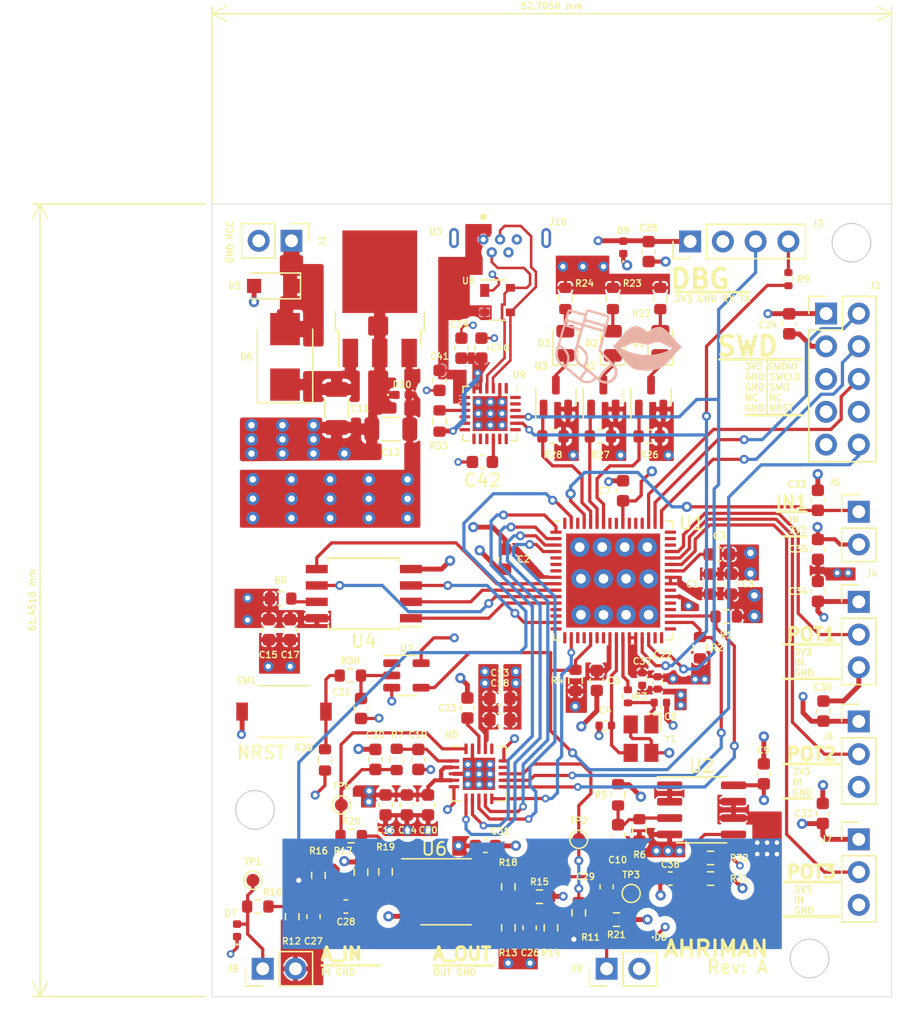
<source format=kicad_pcb>
(kicad_pcb (version 20211014) (generator pcbnew)
  (title_block (title "Ahirman") (date "2022-08-07") (rev "A") (company "KrauseGLOBAL LLC."))
  (layers (0 "F.Cu" signal) (1 "In1.Cu" signal) (2 "In2.Cu" signal) (31 "B.Cu" signal) (34 "B.Paste" user) (35 "F.Paste" user) (36 "B.SilkS" user "B.Silkscreen") (37 "F.SilkS" user "F.Silkscreen") (38 "B.Mask" user) (39 "F.Mask" user) (44 "Edge.Cuts" user))
  (net 0 "")
  (net 1 "GND")
  (net 2 "+3V3")
  (net 3 "Net-(C3-Pad1)")
  (net 4 "Net-(C4-Pad2)")
  (net 5 "Net-(C5-Pad2)")
  (net 6 "Net-(C10-Pad1)")
  (net 7 "/V_IN")
  (net 8 "Net-(C19-Pad1)")
  (net 9 "/MOUT")
  (net 10 "/A_IN+")
  (net 11 "Net-(C23-Pad1)")
  (net 12 "Net-(C26-Pad2)")
  (net 13 "Net-(C27-Pad2)")
  (net 14 "Net-(C28-Pad2)")
  (net 15 "/DAC_OUT")
  (net 16 "Net-(C29-Pad1)")
  (net 17 "/GPIO_EM4WU5")
  (net 18 "/NRST")
  (net 20 "/SWO")
  (net 21 "/SWCLK")
  (net 22 "/SWDIO")
  (net 23 "Net-(J3-Pad4)")
  (net 24 "/US1_RX")
  (net 25 "/APORT4Y_CH4")
  (net 26 "/APORT4X_CH5")
  (net 27 "/APORT4Y_CH6")
  (net 28 "/I2C0_SCL")
  (net 29 "/I2C0_SDA")
  (net 30 "Net-(R8-Pad2)")
  (net 31 "/US1_TX")
  (net 32 "/ADC_IN")
  (net 33 "+1V5")
  (net 34 "Net-(R15-Pad2)")
  (net 35 "Net-(R17-Pad2)")
  (net 36 "Net-(R19-Pad2)")
  (net 37 "Net-(D1-Pad2)")
  (net 38 "Net-(D2-Pad2)")
  (net 39 "Net-(D3-Pad2)")
  (net 41 "/PE12_LED3")
  (net 42 "/PE11_LED2")
  (net 43 "/PE10_LED1")
  (net 57 "/CMU_CLK0")
  (net 61 "/US2_CS")
  (net 62 "/US2_CLK")
  (net 63 "/US2_RX")
  (net 64 "/US2_TX")
  (net 67 "/US3_CS")
  (net 68 "/US3_CLK")
  (net 69 "/US3_RX")
  (net 70 "/US3_TX")
  (net 71 "/A_OUT-")
  (net 72 "/A_OUT+")
  (net 74 "/PB7_WP")
  (net 75 "Net-(D1-Pad1)")
  (net 76 "Net-(D2-Pad1)")
  (net 77 "Net-(D3-Pad1)")
  (net 78 "/V_IN_P")
  (net 80 "Net-(C21-Pad1)")
  (net 81 "/VIO")
  (net 82 "/VBUS")
  (net 83 "Net-(C42-Pad1)")
  (net 86 "Net-(R29-Pad1)")
  (net 87 "Net-(R33-Pad2)")
  (net 101 "/D-")
  (net 102 "/D+")
  (net 103 "Net-(C38-Pad1)")
  (net 104 "/VBIAS_1")
  (net 112 "Net-(R3-Pad1)")
  (footprint "Capacitor_SMD:C_0603_1608Metric" (layer "F.Cu") (at 157.612 93.9725 90)
    (fp_text reference "C1")
    (fp_text value "10u")
  )
  (footprint "Capacitor_SMD:C_0603_1608Metric" (layer "F.Cu") (at 141.737 92.042 -90)
    (fp_text reference "C2")
    (fp_text value "100n")
  )
  (footprint "Capacitor_SMD:C_0603_1608Metric" (layer "F.Cu") (at 158.3485 91.661)
    (fp_text reference "C3")
    (fp_text value "1u")
  )
  (footprint "Capacitor_SMD:C_0603_1608Metric" (layer "F.Cu") (at 148.849 101.44 -90)
    (fp_text reference "C6")
    (fp_text value "100n")
  )
  (footprint "Capacitor_SMD:C_0603_1608Metric" (layer "F.Cu") (at 150.881 86.7335 90)
    (fp_text reference "C7")
    (fp_text value "100n")
  )
  (footprint "Capacitor_SMD:C_0603_1608Metric" (layer "F.Cu") (at 159.263 93.9725 90)
    (fp_text reference "C8")
    (fp_text value "100n")
  )
  (footprint "Capacitor_SMD:C_0603_1608Metric" (layer "F.Cu") (at 161.803 108.679 90)
    (fp_text reference "C9")
    (fp_text value "100n")
  )
  (footprint "Capacitor_SMD:C_0603_1608Metric" (layer "F.Cu") (at 150.5 113.4035 -90)
    (fp_text reference "C10")
    (fp_text value "10u")
  )
  (footprint "Capacitor_SMD:C_1206_3216Metric" (layer "F.Cu") (at 128.669 80.351 -90)
    (fp_text reference "C11")
    (fp_text value "10u")
  )
  (footprint "Capacitor_SMD:C_1206_3216Metric" (layer "F.Cu") (at 132.869 81.951 180)
    (fp_text reference "C12")
    (fp_text value "10u")
  )
  (footprint "Capacitor_SMD:C_0603_1608Metric" (layer "F.Cu") (at 141.3305 102.837)
    (fp_text reference "C13")
    (fp_text value "4.7u")
  )
  (footprint "Capacitor_SMD:C_0603_1608Metric" (layer "F.Cu") (at 134.117 111.0921 -90)
    (fp_text reference "C14")
    (fp_text value "4.7u")
  )
  (footprint "Capacitor_SMD:C_0603_1608Metric" (layer "F.Cu") (at 123.416 97.503 -90)
    (fp_text reference "C15")
    (fp_text value "10u")
  )
  (footprint "Capacitor_SMD:C_0603_1608Metric" (layer "F.Cu") (at 132.466 111.092 -90)
    (fp_text reference "C16")
    (fp_text value "4.7u")
  )
  (footprint "Capacitor_SMD:C_0603_1608Metric" (layer "F.Cu") (at 125.067 97.503 -90)
    (fp_text reference "C17")
    (fp_text value "100n")
  )
  (footprint "Capacitor_SMD:C_0603_1608Metric" (layer "F.Cu") (at 141.3305 104.488)
    (fp_text reference "C18")
    (fp_text value "10u")
  )
  (footprint "Capacitor_SMD:C_0603_1608Metric" (layer "F.Cu") (at 135.006 107.5615 -90)
    (fp_text reference "C19")
    (fp_text value "4.7u")
  )
  (footprint "Capacitor_SMD:C_0603_1608Metric" (layer "F.Cu") (at 135.768 111.0921 -90)
    (fp_text reference "C20")
    (fp_text value "100n")
  )
  (footprint "Capacitor_SMD:C_0603_1608Metric" (layer "F.Cu") (at 138.816 103.5735 90)
    (fp_text reference "C23")
    (fp_text value "4.7u")
  )
  (footprint "Capacitor_SMD:C_0603_1608Metric" (layer "F.Cu") (at 163.769 73.7885 -90)
    (fp_text reference "C24")
    (fp_text value "4.7u")
  )
  (footprint "Capacitor_SMD:C_0603_1608Metric" (layer "F.Cu") (at 152.869 68.1885 -90)
    (fp_text reference "C25")
    (fp_text value "100n")
  )
  (footprint "Capacitor_SMD:C_0603_1608Metric" (layer "F.Cu") (at 143.642 120.617 90)
    (fp_text reference "C26")
    (fp_text value "1n")
  )
  (footprint "Capacitor_SMD:C_0603_1608Metric" (layer "F.Cu") (at 126.878 119.7535 90)
    (fp_text reference "C27")
    (fp_text value "1n")
  )
  (footprint "Capacitor_SMD:C_0603_1608Metric" (layer "F.Cu") (at 129.3925 118.966)
    (fp_text reference "C28")
    (fp_text value "1u")
  )
  (footprint "Capacitor_SMD:C_0603_1608Metric" (layer "F.Cu") (at 149.611 117.442 -90)
    (fp_text reference "C29")
    (fp_text value "1u")
  )
  (footprint "Capacitor_SMD:C_0603_1608Metric" (layer "F.Cu") (at 131.6786 107.5613 -90)
    (fp_text reference "C30")
    (fp_text value "10n")
  )
  (footprint "Capacitor_SMD:C_0603_1608Metric" (layer "F.Cu") (at 140.213 114.267)
    (fp_text reference "C31")
    (fp_text value "100n")
  )
  (footprint "Capacitor_SMD:C_0603_1608Metric" (layer "F.Cu") (at 166.375 111.7525 90)
    (fp_text reference "C32")
    (fp_text value "100n")
  )
  (footprint "Capacitor_SMD:C_0603_1608Metric" (layer "F.Cu") (at 165.994 87.47 90)
    (fp_text reference "C33")
    (fp_text value "100n")
  )
  (footprint "Capacitor_SMD:C_0603_1608Metric" (layer "F.Cu") (at 165.994 94.5312 90)
    (fp_text reference "C34")
    (fp_text value "100n")
  )
  (footprint "Capacitor_SMD:C_0603_1608Metric" (layer "F.Cu") (at 165.994 91.28 -90)
    (fp_text reference "C35")
    (fp_text value "100n")
  )
  (footprint "Capacitor_SMD:C_0603_1608Metric" (layer "F.Cu") (at 166.419 103.8135 90)
    (fp_text reference "C36")
    (fp_text value "100n")
  )
  (footprint "Connector_PinHeader_2.54mm:PinHeader_1x02_P2.54mm_Vertical" (layer "F.Cu") (at 125.169 67.351 -90)
    (fp_text reference "J1")
    (fp_text value "Power_In")
  )
  (footprint "Connector_PinHeader_2.54mm:PinHeader_2x05_P2.54mm_Vertical" (layer "F.Cu") (at 166.629 72.992)
    (fp_text reference "J2")
    (fp_text value "SWD_Debug")
  )
  (footprint "Connector_PinHeader_2.54mm:PinHeader_1x04_P2.54mm_Vertical" (layer "F.Cu") (at 156.088 67.404 90)
    (fp_text reference "J3")
    (fp_text value "UART_Debug")
  )
  (footprint "Connector_PinHeader_2.54mm:PinHeader_1x03_P2.54mm_Vertical" (layer "F.Cu") (at 169.169 95.344)
    (fp_text reference "J4")
    (fp_text value "POT1")
  )
  (footprint "Connector_PinHeader_2.54mm:PinHeader_1x02_P2.54mm_Vertical" (layer "F.Cu") (at 169.169 88.359)
    (fp_text reference "J5")
    (fp_text value "PB_Foot")
  )
  (footprint "Connector_PinHeader_2.54mm:PinHeader_1x03_P2.54mm_Vertical" (layer "F.Cu") (at 169.169 104.615)
    (fp_text reference "J6")
    (fp_text value "POT2")
  )
  (footprint "Connector_PinHeader_2.54mm:PinHeader_1x03_P2.54mm_Vertical" (layer "F.Cu") (at 169.169 113.759)
    (fp_text reference "J7")
    (fp_text value "POT3")
  )
  (footprint "Resistor_SMD:R_0603_1608Metric" (layer "F.Cu") (at 158.882 96.487 180)
    (fp_text reference "R1")
    (fp_text value "4.7k")
  )
  (footprint "Resistor_SMD:R_0603_1608Metric" (layer "F.Cu") (at 156.85 98.9 90)
    (fp_text reference "R2")
    (fp_text value "4.7k")
  )
  (footprint "Resistor_SMD:R_0402_1005Metric" (layer "F.Cu") (at 151.262 102.672 -90)
    (fp_text reference "R3")
    (fp_text value "150")
  )
  (footprint "Resistor_SMD:R_0603_1608Metric" (layer "F.Cu") (at 147.198 101.44 90)
    (fp_text reference "R4")
    (fp_text value "10k")
  )
  (footprint "Resistor_SMD:R_0603_1608Metric" (layer "F.Cu") (at 150.5 110.3045 -90)
    (fp_text reference "R5")
    (fp_text value "15k")
  )
  (footprint "Resistor_SMD:R_0603_1608Metric" (layer "F.Cu") (at 152.151 113.0225 -90)
    (fp_text reference "R6")
    (fp_text value "2.7k")
  )
  (footprint "Resistor_SMD:R_0603_1608Metric" (layer "F.Cu") (at 133.3296 107.5614 90)
    (fp_text reference "R7")
    (fp_text value "2.7k")
  )
  (footprint "Resistor_SMD:R_0603_1608Metric" (layer "F.Cu") (at 124.3305 95.09)
    (fp_text reference "R8")
    (fp_text value "10k")
  )
  (footprint "Resistor_SMD:R_0402_1005Metric" (layer "F.Cu") (at 163.708 70.325 -90)
    (fp_text reference "R9")
    (fp_text value "150")
  )
  (footprint "Resistor_SMD:R_0603_1608Metric" (layer "F.Cu") (at 122.56 118.966)
    (fp_text reference "R10")
    (fp_text value "10k")
  )
  (footprint "Resistor_SMD:R_0603_1608Metric" (layer "F.Cu") (at 147.452 119.4485 -90)
    (fp_text reference "R11")
    (fp_text value "10k")
  )
  (footprint "Resistor_SMD:R_0603_1608Metric" (layer "F.Cu") (at 125.227 119.7535 -90)
    (fp_text reference "R12")
    (fp_text value "10k")
  )
  (footprint "Resistor_SMD:R_0603_1608Metric" (layer "F.Cu") (at 141.991 120.617 -90)
    (fp_text reference "R13")
    (fp_text value "10k")
  )
  (footprint "Resistor_SMD:R_0603_1608Metric" (layer "F.Cu") (at 145.293 120.617 90)
    (fp_text reference "R14")
    (fp_text value "100k")
  )
  (footprint "Resistor_SMD:R_0603_1608Metric" (layer "F.Cu") (at 144.404 118.204 180)
    (fp_text reference "R15")
    (fp_text value "100k")
  )
  (footprint "Resistor_SMD:R_0603_1608Metric" (layer "F.Cu") (at 127.259 116.553 90)
    (fp_text reference "R16")
    (fp_text value "100k")
  )
  (footprint "Resistor_SMD:R_0603_1608Metric" (layer "F.Cu") (at 130.561 116.299 -90)
    (fp_text reference "R17")
    (fp_text value "100k")
  )
  (footprint "Resistor_SMD:R_0603_1608Metric" (layer "F.Cu") (at 141.991 117.442 90)
    (fp_text reference "R18")
    (fp_text value "100k")
  )
  (footprint "Resistor_SMD:R_0603_1608Metric" (layer "F.Cu") (at 132.466 116.2735 90)
    (fp_text reference "R19")
    (fp_text value "0")
  )
  (footprint "Resistor_SMD:R_0603_1608Metric" (layer "F.Cu") (at 129.799 113.505 180)
    (fp_text reference "R20")
    (fp_text value "10k")
  )
  (footprint "Resistor_SMD:R_0603_1608Metric" (layer "F.Cu") (at 150.373 119.982)
    (fp_text reference "R21")
    (fp_text value "10k")
  )
  (footprint "Resistor_SMD:R_0603_1608Metric" (layer "F.Cu") (at 153.7766 71.8236 90)
    (fp_text reference "R22")
    (fp_text value "120")
  )
  (footprint "Resistor_SMD:R_0603_1608Metric" (layer "F.Cu") (at 150.0936 71.8236 90)
    (fp_text reference "R23")
    (fp_text value "120")
  )
  (footprint "Resistor_SMD:R_0603_1608Metric" (layer "F.Cu") (at 146.4106 71.8236 90)
    (fp_text reference "R24")
    (fp_text value "120")
  )
  (footprint "TestPoint:TestPoint_Pad_D1.0mm" (layer "F.Cu") (at 122.179 116.934)
    (fp_text reference "TP1")
    (fp_text value "TestPoint")
  )
  (footprint "TestPoint:TestPoint_Pad_D1.0mm" (layer "F.Cu") (at 147.452 113.759)
    (fp_text reference "TP2")
    (fp_text value "TestPoint")
  )
  (footprint "TestPoint:TestPoint_Pad_D1.0mm" (layer "F.Cu") (at 151.516 117.95)
    (fp_text reference "TP3")
    (fp_text value "TestPoint")
  )
  (footprint "TestPoint:TestPoint_Pad_D1.0mm" (layer "F.Cu") (at 129.037 111.092)
    (fp_text reference "TP4")
    (fp_text value "TestPoint")
  )
  (footprint "Package_DFN_QFN:QFN-64-1EP_9x9mm_P0.5mm_EP7.3x7.3mm" (layer "F.Cu") (at 150.12 93.693)
    (fp_text reference "U1")
    (fp_text value "EFM32TG11B520F128GM64-A")
  )
  (footprint "Package_SO:SOIC-8_3.9x4.9mm_P1.27mm" (layer "F.Cu") (at 156.977 111.473)
    (fp_text reference "U2")
    (fp_text value "NE5532")
  )
  (footprint "Package_TO_SOT_SMD:TO-252-3_TabPin2" (layer "F.Cu") (at 132.017 71.849 90)
    (fp_text reference "U3")
    (fp_text value "UA78M33CKVURG3")
  )
  (footprint "Package_DFN_QFN:QFN-20-1EP_4x4mm_P0.5mm_EP2.5x2.5mm" (layer "F.Cu") (at 139.705 108.679)
    (fp_text reference "U5")
    (fp_text value "NAU88C10YG")
  )
  (footprint "Package_SO:SOIC-8_3.9x4.9mm_P1.27mm" (layer "F.Cu") (at 137.165 117.823)
    (fp_text reference "U6")
    (fp_text value "AD8034ARZ")
  )
  (footprint "Connector_PinHeader_2.54mm:PinHeader_1x02_P2.54mm_Vertical" (layer "F.Cu") (at 122.941 123.792 90)
    (fp_text reference "J8")
    (fp_text value "Analog_In")
  )
  (footprint "Connector_PinHeader_2.54mm:PinHeader_1x02_P2.54mm_Vertical" (layer "F.Cu") (at 149.611 123.792 90)
    (fp_text reference "J9")
    (fp_text value "Analog_Out")
  )
  (footprint "Capacitor_SMD:C_0402_1005Metric" (layer "F.Cu") (at 149.507 104.935)
    (fp_text reference "C4")
    (fp_text value "16p")
  )
  (footprint "Capacitor_SMD:C_0402_1005Metric" (layer "F.Cu") (at 153.779 103.157 180)
    (fp_text reference "C5")
    (fp_text value "16p")
  )
  (footprint "LED_SMD:LED_0805_2012Metric" (layer "F.Cu") (at 153.7766 75.3011 90)
    (fp_text reference "D1")
    (fp_text value "LED")
  )
  (footprint "LED_SMD:LED_0805_2012Metric" (layer "F.Cu") (at 150.0936 75.3011 90)
    (fp_text reference "D2")
    (fp_text value "LED")
  )
  (footprint "LED_SMD:LED_0805_2012Metric" (layer "F.Cu") (at 146.4106 75.3011 90)
    (fp_text reference "D3")
    (fp_text value "LED")
  )
  (footprint "Ahriman:RH100-12.000-16-3030-TR" (layer "F.Cu") (at 152.278 105.951 -90)
    (fp_text reference "Y1")
    (fp_text value "12.0MHz")
  )
  (footprint "Package_TO_SOT_SMD:SOT-23" (layer "F.Cu") (at 153.056 79.469 90)
    (fp_text reference "Q1")
    (fp_text value "T2N7002AK")
  )
  (footprint "Package_TO_SOT_SMD:SOT-23" (layer "F.Cu") (at 149.357 79.469 90)
    (fp_text reference "Q2")
    (fp_text value "T2N7002AK")
  )
  (footprint "Package_TO_SOT_SMD:SOT-23" (layer "F.Cu") (at 145.674 79.469 90)
    (fp_text reference "Q3")
    (fp_text value "T2N7002AK")
  )
  (footprint "Resistor_SMD:R_0603_1608Metric" (layer "F.Cu") (at 152.913 82.517 180)
    (fp_text reference "R26")
    (fp_text value "50")
  )
  (footprint "Resistor_SMD:R_0603_1608Metric" (layer "F.Cu") (at 149.1285 82.517 180)
    (fp_text reference "R27")
    (fp_text value "50")
  )
  (footprint "Resistor_SMD:R_0603_1608Metric" (layer "F.Cu") (at 145.4455 82.517 180)
    (fp_text reference "R28")
    (fp_text value "50")
  )
  (footprint "Capacitor_SMD:C_0402_1005Metric" (layer "F.Cu") (at 153.569 101.631 -90)
    (fp_text reference "C22")
    (fp_text value "100n")
  )
  (footprint "Capacitor_SMD:C_0402_1005Metric" (layer "F.Cu") (at 152.369 101.331 -90)
    (fp_text reference "C37")
    (fp_text value "100n")
  )
  (footprint "Package_TO_SOT_SMD:SOT-143" (layer "F.Cu") (at 141.15 71.95)
    (fp_text reference "U8")
    (fp_text value "SP0503BAHTG")
  )
  (footprint "Resistor_SMD:R_0603_1608Metric" (layer "F.Cu") (at 157.675 115.2)
    (fp_text reference "R32")
    (fp_text value "2.7k")
  )
  (footprint "Resistor_SMD:R_0603_1608Metric" (layer "F.Cu") (at 136.65 81.325 90)
    (fp_text reference "R33")
    (fp_text value "4.7k")
  )
  (footprint "Package_DFN_QFN:QFN-24-1EP_4x4mm_P0.5mm_EP2.7x2.7mm" (layer "F.Cu") (at 140.575 80.75 -90)
    (fp_text reference "U9")
    (fp_text value "CP2110-F01-GM")
  )
  (footprint "Capacitor_SMD:C_0603_1608Metric" (layer "F.Cu") (at 136.65 78.175 -90)
    (fp_text reference "C41")
    (fp_text value "1u")
  )
  (footprint "Capacitor_SMD:C_0603_1608Metric" (layer "F.Cu") (at 154.55 116.8 180)
    (fp_text reference "C38")
    (fp_text value "10u")
  )
  (footprint "Resistor_SMD:R_0603_1608Metric" (layer "F.Cu") (at 157.675 116.8 180)
    (fp_text reference "R31")
    (fp_text value "15k")
  )
  (footprint "Diode_SMD:D_0402_1005Metric" (layer "F.Cu") (at 133.75 79.3)
    (fp_text reference "D10")
    (fp_text value "ACPDQC3V3HT-HF")
  )
  (footprint "Capacitor_SMD:C_0603_1608Metric" (layer "F.Cu") (at 139.975 84.5 180)
    (fp_text reference "C42")
    (fp_text value "4.7u")
  )
  (footprint "Diode_SMD:D_SOD-123F" (layer "F.Cu") (at 123.669 70.851 180)
    (fp_text reference "D5")
    (fp_text value "SMF15A")
  )
  (footprint "Resistor_SMD:R_0603_1608Metric" (layer "F.Cu") (at 129.736 101.059)
    (fp_text reference "R30")
    (fp_text value "10k")
  )
  (footprint "Ahriman:USB3145-30-1-A" (layer "F.Cu") (at 141.35 67.25)
    (fp_text reference "J10")
    (fp_text value "USB3145-30-1-A")
  )
  (footprint "Diode_SMD:D_SMB" (layer "F.Cu") (at 124.669 76.351 90)
    (fp_text reference "D6")
    (fp_text value "1SMB5955BT3G")
  )
  (footprint "Diode_SMD:D_0402_1005Metric" (layer "F.Cu") (at 152.115 121.35 180)
    (fp_text reference "D8")
    (fp_text value "ACPDQC3V3HT-HF")
  )
  (footprint "Diode_SMD:D_0402_1005Metric" (layer "F.Cu") (at 120.95 120.815 90)
    (fp_text reference "D7")
    (fp_text value "ACPDQC3V3HT-HF")
  )
  (footprint "Capacitor_SMD:C_0603_1608Metric" (layer "F.Cu") (at 130.561 103.612 -90)
    (fp_text reference "C21")
    (fp_text value "100n")
  )
  (footprint "Ahriman:PTS636" (layer "F.Cu") (at 124.592 103.853)
    (fp_text reference "SW1")
    (fp_text value "PTS636")
  )
  (footprint "Resistor_SMD:R_0603_1608Metric" (layer "F.Cu") (at 127.767 107.599 -90)
    (fp_text reference "R29")
    (fp_text value "10k")
  )
  (footprint "Capacitor_SMD:C_0603_1608Metric" (layer "F.Cu") (at 139.9 75.675 90)
    (fp_text reference "C40")
    (fp_text value "100n")
  )
  (footprint "Package_TO_SOT_SMD:SOT-23-5" (layer "F.Cu") (at 134.0875 101.05)
    (fp_text reference "U7")
    (fp_text value "74AHC1G14")
  )
  (footprint "Diode_SMD:D_0402_1005Metric" (layer "F.Cu") (at 150.9 67.865 90)
    (fp_text reference "D9")
    (fp_text value "ACPDQC3V3HT-HF")
  )
  (footprint "Package_SO:SOIC-8W_5.3x5.3mm_P1.27mm" (layer "F.Cu") (at 130.782 94.709 180)
    (fp_text reference "U4")
    (fp_text value "GD25Q80CSIGR")
  )
  (footprint "Capacitor_SMD:C_0603_1608Metric" (layer "F.Cu") (at 138.35 75.675 90)
    (fp_text reference "C39")
    (fp_text value "1u")
  )
  (footprint "Ahriman:mouthsock" (layer "B.Cu") (at 150.481614 75.639597 180)
    (fp_text reference "G***" hide)
    (fp_text value "LOGO" hide)
  )
  (gr_line (start 127.513 123.538) (end 132.085 123.538) (layer "F.SilkS") (width 0.2))
  (gr_line (start 154.945 71.341) (end 160.66 71.341) (layer "F.SilkS") (width 0.2))
  (gr_line (start 163.327 117.061) (end 167.645 117.061) (layer "F.SilkS") (width 0.2))
  (gr_line (start 163.327 119.728) (end 167.645 119.728) (layer "F.SilkS") (width 0.2))
  (gr_line (start 163.327 110.584) (end 165.486 110.584) (layer "F.SilkS") (width 0.2))
  (gr_line (start 136.214 123.55) (end 140.786 123.55) (layer "F.SilkS") (width 0.2))
  (gr_line (start 163.327 98.646) (end 167.645 98.646) (layer "F.SilkS") (width 0.2))
  (gr_line (start 162.057 80.866) (end 162.057 76.548) (layer "F.SilkS") (width 0.1))
  (gr_line (start 163.327 101.313) (end 167.645 101.313) (layer "F.SilkS") (width 0.2))
  (gr_line (start 163.327 107.917) (end 167.645 107.917) (layer "F.SilkS") (width 0.2))
  (gr_line (start 162.814 88.359) (end 165.105 88.359) (layer "F.SilkS") (width 0.2))
  (gr_line (start 160.406 80.866) (end 164.724 80.866) (layer "F.SilkS") (width 0.2))
  (gr_line (start 163.327 90.264) (end 165.105 90.264) (layer "F.SilkS") (width 0.2))
  (gr_line (start 158.369 76.548) (end 164.724 76.548) (layer "F.SilkS") (width 0.2))
  (gr_line (start 171.709 125.951) (end 171.709 64.5) (layer "Edge.Cuts") (width 0.05))
  (gr_circle (center 165.35 123) (end 166.85 123) (layer "Edge.Cuts") (width 0.1) (fill none))
  (gr_circle (center 122.338 111.473) (end 123.838 111.473) (layer "Edge.Cuts") (width 0.1) (fill none))
  (gr_line (start 119.004 125.951) (end 171.709 125.951) (layer "Edge.Cuts") (width 0.05))
  (gr_line (start 171.709 64.5) (end 119.004 64.5) (layer "Edge.Cuts") (width 0.05))
  (gr_circle (center 168.6 67.5) (end 170.1 67.5) (layer "Edge.Cuts") (width 0.1) (fill none))
  (gr_line (start 119.004 64.5) (end 119.004 125.951) (layer "Edge.Cuts") (width 0.05))
  (gr_text "POT1" (at 165.486 97.884) (layer "F.SilkS") (effects (font (size 1 1) (thickness 0.25))))
  (gr_text "IN\n3V3" (at 163.708 89.375) (layer "F.SilkS") (effects (font (size 0.5 0.5) (thickness 0.1)) (justify left)))
  (gr_text "3V3 SWDIO\nGND SWCLK\nGND	SWO\nNC	NC\nGND	NRST" (at 160.279 78.707) (layer "F.SilkS") (effects (font (size 0.5 0.5) (thickness 0.1)) (justify left)))
  (gr_text "3V3\nIN\nGND" (at 164.089 118.458) (layer "F.SilkS") (effects (font (size 0.5 0.5) (thickness 0.1)) (justify left)))
  (gr_text "NRST" (at 122.814 107.028) (layer "F.SilkS") (effects (font (size 1 1))))
  (gr_text "IN1" (at 163.957 87.63) (layer "F.SilkS") (effects (font (size 1 1) (thickness 0.2))))
  (gr_text "POT3\n" (at 165.486 116.299) (layer "F.SilkS") (effects (font (size 1 1) (thickness 0.25))))
  (gr_text "Rev: A" (at 159.75 123.65) (layer "F.SilkS") (effects (font (size 1 1))))
  (gr_text "POT2\n" (at 165.486 107.155) (layer "F.SilkS") (effects (font (size 1 1) (thickness 0.25))))
  (gr_text "A_OUT\n" (at 138.4 122.65) (layer "F.SilkS") (effects (font (size 1 1) (thickness 0.25))))
  (gr_text "GND	VCC" (at 120.401 69.182 90) (layer "F.SilkS") (effects (font (size 0.5 0.5) (thickness 0.1)) (justify left)))
  (gr_text "A_IN" (at 129.037 122.649) (layer "F.SilkS") (effects (font (size 1 1) (thickness 0.25))))
  (gr_text "DBG" (at 156.85 70.325) (layer "F.SilkS") (effects (font (size 1.5 1.5) (thickness 0.3))))
  (gr_text "3V3\nIN\nGND" (at 163.962 109.314) (layer "F.SilkS") (effects (font (size 0.5 0.5) (thickness 0.1)) (justify left)))
  (gr_text "OUT GND" (at 136.087 124.058) (layer "F.SilkS") (effects (font (size 0.5 0.5) (thickness 0.1)) (justify left)))
  (gr_text "AHRIMAN" (at 158.1 122.25) (layer "F.SilkS") (effects (font (size 1.25 1.25) (thickness 0.25))))
  (gr_text "3V3 GND RX TX" (at 154.818 71.849) (layer "F.SilkS") (effects (font (size 0.5 0.5) (thickness 0.1)) (justify left)))
  (gr_text "3V3\nIN\nGND" (at 164.089 100.043) (layer "F.SilkS") (effects (font (size 0.5 0.5) (thickness 0.1)) (justify left)))
  (gr_text "IN GND" (at 127.386 124.046) (layer "F.SilkS") (effects (font (size 0.5 0.5) (thickness 0.1)) (justify left)))
  (gr_text "SWD" (at 160.533 75.532) (layer "F.SilkS") (effects (font (size 1.5 1.5) (thickness 0.3))))
  (dimension (type aligned) (layer "F.SilkS") (pts (xy 119.004 64.5) (xy 119.004 125.951)) (height 13.334999) (gr_text "61.4510 mm" (at 105.069001 95.2255 90) (layer "F.SilkS") (effects (font (size 0.5 0.5) (thickness 0.1)))) (format (units 3) (units_format 1) (precision 4)) (style (thickness 0.1) (arrow_length 1.27) (text_position_mode 0) (extension_height 0.58642) (extension_offset 0.5) keep_text_aligned))
  (dimension (type aligned) (layer "F.SilkS") (pts (xy 119.004 64.991) (xy 171.709 64.991)) (height -15.24) (gr_text "52.7050 mm" (at 145.3565 49.151) (layer "F.SilkS") (effects (font (size 0.5 0.5) (thickness 0.1)))) (format (units 3) (units_format 1) (precision 4)) (style (thickness 0.1) (arrow_length 1.27) (text_position_mode 0) (extension_height 0.58642) (extension_offset 0.5) keep_text_aligned))
  (segment (start 150.9 68.95) (end 151.2 69.25) (width 0.3175) (layer "F.Cu") (net 1))
  (segment (start 137.7675 109.679) (end 137.7675 110.9525) (width 0.254) (layer "F.Cu") (net 1))
  (segment (start 140.15 71.2) (end 140.8 71.2) (width 0.2) (layer "F.Cu") (net 1))
  (segment (start 164.544 74.576) (end 165.5 75.532) (width 0.381) (layer "F.Cu") (net 1))
  (segment (start 138.816 102.786) (end 138.816 101.798) (width 0.381) (layer "F.Cu") (net 1))
  (segment (start 159.35 115.2) (end 159.95 115.8) (width 0.249936) (layer "F.Cu") (net 1))
  (segment (start 138.6 73.9) (end 139.25 73.9) (width 0.2) (layer "F.Cu") (net 1))
  (segment (start 137.7675 110.9525) (end 137.269 111.451) (width 0.254) (layer "F.Cu") (net 1))
  (segment (start 151.628064 105.951) (end 152.927936 105.951) (width 0.249936) (layer "F.Cu") (net 1))
  (segment (start 149.8365 85.9585) (end 149.769 86.026) (width 0.381) (layer "F.Cu") (net 1))
  (segment (start 141.2475 92.8295) (end 139.769 91.351) (width 0.381) (layer "F.Cu") (net 1))
  (segment (start 141.325 78.7875) (end 141.325 79.675) (width 0.249936) (layer "F.Cu") (net 1))
  (segment (start 141.737 92.8295) (end 141.2475 92.8295) (width 0.381) (layer "F.Cu") (net 1))
  (segment (start 141.25 70.45) (end 140.75 69.95) (width 0.2) (layer "F.Cu") (net 1))
  (segment (start 150.9 68.35) (end 150.9 68.95) (width 0.3175) (layer "F.Cu") (net 1))
  (segment (start 142.553 114.267) (end 142.569 114.251) (width 0.381) (layer "F.Cu") (net 1))
  (segment (start 152.927936 105.951) (end 153.078 106.101064) (width 0.249936) (layer "F.Cu") (net 1))
  (segment (start 153.078 106.101064) (end 153.078 107.051) (width 0.249936) (layer "F.Cu") (net 1))
  (segment (start 152.869 68.9635) (end 154.1865 68.9635) (width 0.3175) (layer "F.Cu") (net 1))
  (segment (start 136.816 92.804) (end 137.469 92.151) (width 0.381) (layer "F.Cu") (net 1))
  (segment (start 165.5 75.532) (end 166.629 75.532) (width 0.381) (layer "F.Cu") (net 1))
  (segment (start 153.775 116.8) (end 153.775 118.075) (width 0.3175) (layer "F.Cu") (net 1))
  (segment (start 138.816 101.798) (end 138.269 101.251) (width 0.381) (layer "F.Cu") (net 1))
  (segment (start 141.325 79.675) (end 141.5 79.85) (width 0.249936) (layer "F.Cu") (net 1))
  (segment (start 149.019 105.726) (end 149.022 105.723) (width 0.381) (layer "F.Cu") (net 1))
  (segment (start 166.419 103.026) (end 167.994 103.026) (width 0.381) (layer "F.Cu") (net 1))
  (segment (start 153.35 121.35) (end 154.15 120.55) (width 0.249936) (layer "F.Cu") (net 1))
  (segment (start 153.078 107.051) (end 154.469 107.051) (width 0.249936) (layer "F.Cu") (net 1))
  (segment (start 141.0005 114.267) (end 142.553 114.267) (width 0.381) (layer "F.Cu") (net 1))
  (segment (start 140.8 71.2) (end 141.25 70.75) (width 0.2) (layer "F.Cu") (net 1))
  (segment (start 127.767 108.424) (end 127.767 109.568) (width 0.249936) (layer "F.Cu") (net 1))
  (segment (start 151.478 105.800936) (end 151.628064 105.951) (width 0.249936) (layer "F.Cu") (net 1))
  (segment (start 148.849 103.801) (end 148.849 102.2275) (width 0.381) (layer "F.Cu") (net 1))
  (segment (start 122.269 70.851) (end 122.269 72.087674) (width 0.381) (layer "F.Cu") (net 1))
  (segment (start 130.561 115.5115) (end 129.3295 115.5115) (width 0.381) (layer "F.Cu") (net 1))
  (segment (start 169.169 101.851) (end 169.169 100.424) (width 0.381) (layer "F.Cu") (net 1))
  (segment (start 120.95 122.15) (end 120.45 122.65) (width 0.249936) (layer "F.Cu") (net 1))
  (segment (start 161.803 107.8915) (end 161.803 105.785) (width 0.381) (layer "F.Cu") (net 1))
  (segment (start 139.9 74.9) (end 140.9 74.9) (width 0.2) (layer "F.Cu") (net 1))
  (segment (start 151.478 104.851) (end 151.478 105.800936) (width 0.249936) (layer "F.Cu") (net 1))
  (segment (start 139.2 84.5) (end 138.1 84.5) (width 0.249936) (layer "F.Cu") (net 1))
  (segment (start 141.25 70.75) (end 141.25 70.45) (width 0.2) (layer "F.Cu") (net 1))
  (segment (start 138.35 74.15) (end 138.6 73.9) (width 0.2) (layer "F.Cu") (net 1))
  (segment (start 165.994 86.6825) (end 165.994 85.452604) (width 0.381) (layer "F.Cu") (net 1))
  (segment (start 130.561 104.387) (end 131.932 104.387) (width 0.249936) (layer "F.Cu") (net 1))
  (segment (start 163.769 74.576) (end 164.544 74.576) (width 0.381) (layer "F.Cu") (net 1))
  (segment (start 167.994 103.026) (end 169.169 101.851) (width 0.381) (layer "F.Cu") (net 1))
  (segment (start 132.95 103.05) (end 132.95 102) (width 0.249936) (layer "F.Cu") (net 1))
  (segment (start 154.264 104.421) (end 154.769 104.926) (width 0.381) (layer "F.Cu") (net 1))
  (segment (start 149.022 104.935) (end 149.022 105.723) (width 0.381) (layer "F.Cu") (net 1))
  (segment (start 152.770278 119.982) (end 152.776018 119.97626) (width 0.381) (layer "F.Cu") (net 1))
  (segment (start 141.6425 106.7775) (end 142.469 105.951) (width 0.254) (layer "F.Cu") (net 1))
  (segment (start 154.264 103.157) (end 154.264 104.421) (width 0.381) (layer "F.Cu") (net 1))
  (segment (start 127.767 109.568) (end 127.005 110.33) (width 0.249936) (layer "F.Cu") (net 1))
  (segment (start 166.375 109.580888) (end 166.393704 109.562184) (width 0.381) (layer "F.Cu") (net 1))
  (segment (start 139.205 106.7415) (end 139.205 107.437) (width 0.254) (layer "F.Cu") (net 1))
  (segment (start 131.6786 106.7738) (end 130.3918 106.7738) (width 0.381) (layer "F.Cu") (net 1))
  (segment (start 137.7675 108.679) (end 139.705 108.679) (width 0.3175) (layer "F.Cu") (net 1))
  (segment (start 120.95 121.3) (end 120.95 122.15) (width 0.249936) (layer "F.Cu") (net 1))
  (segment (start 130.3918 106.7738) (end 130.369 106.751) (width 0.381) (layer "F.Cu") (net 1))
  (segment (start 139.205 107.437) (end 139.719 107.951) (width 0.254) (layer "F.Cu") (net 1))
  (segment (start 136.65 78.95) (end 135.65 78.95) (width 0.2) (layer "F.Cu") (net 1))
  (segment (start 153.8 118.1) (end 153.775 118.075) (width 0.3175) (layer "F.Cu") (net 1))
  (segment (start 151.1605 119.982) (end 152.770278 119.982) (width 0.381) (layer "F.Cu") (net 1))
  (segment (start 152.6 121.35) (end 153.35 121.35) (width 0.249936) (layer "F.Cu") (net 1))
  (segment (start 141.6425 107.679) (end 141.6425 106.7775) (width 0.254) (layer "F.Cu") (net 1))
  (segment (start 165.994 85.452604) (end 165.984571 85.443175) (width 0.381) (layer "F.Cu") (net 1))
  (segment (start 134.69 119.728) (end 132.692 119.728) (width 0.381) (layer "F.Cu") (net 1))
  (segment (start 147.65 105) (end 148.849 103.801) (width 0.381) (layer "F.Cu") (net 1))
  (segment (start 166.375 110.965) (end 166.375 109.580888) (width 0.381) (layer "F.Cu") (net 1))
  (segment (start 134.931 92.804) (end 136.816 92.804) (width 0.381) (layer "F.Cu") (net 1))
  (segment (start 131.932 104.387) (end 131.958 104.361) (width 0.249936) (layer "F.Cu") (net 1))
  (segment (start 135.006 108.349) (end 135.967 108.349) (width 0.254) (layer "F.Cu") (net 1))
  (segment (start 138.35 74.9) (end 138.35 74.15) (width 0.2) (layer "F.Cu") (net 1))
  (segment (start 146.244 118.176) (end 145.2195 118.176) (width 0.381) (layer "F.Cu") (net 1))
  (segment (start 122.269 72.087674) (end 122.259782 72.096892) (width 0.381) (layer "F.Cu") (net 1))
  (segment (start 158.5 115.2) (end 159.35 115.2) (width 0.249936) (layer "F.Cu") (net 1))
  (segment (start 129.3295 115.5115) (end 129.269 115.451) (width 0.381) (layer "F.Cu") (net 1))
  (segment (start 150.881 85.9585) (end 149.8365 85.9585) (width 0.381) (layer "F.Cu") (net 1))
  (via (at 139.65 81.65) (size 0.7) (drill 0.35) (layers "F.Cu" "B.Cu") (net 1))
  (via (at 124.469 82.751) (size 1) (drill 0.5) (layers "F.Cu" "B.Cu") (net 1))
  (via (at 125.069 100.351) (size 0.8001) (drill 0.39878) (layers "F.Cu" "B.Cu") (net 1))
  (via (at 152.776018 119.97626) (size 0.8001) (drill 0.39878) (layers "F.Cu" "B.Cu") (net 1))
  (via (at 154.469 107.051) (size 0.8001) (drill 0.39878) (layers "F.Cu" "B.Cu") (net 1))
  (via (at 149.769 86.026) (size 0.7) (drill 0.35) (layers "F.Cu" "B.Cu") (net 1))
  (via (at 124.469 83.851) (size 1) (drill 0.5) (layers "F.Cu" "B.Cu") (net 1))
  (via (at 139.769 91.351) (size 0.8001) (drill 0.39878) (layers "F.Cu" "B.Cu") (net 1))
  (via (at 140.6 81.65) (size 0.7) (drill 0.35) (layers "F.Cu" "B.Cu") (net 1))
  (via (at 137.269 111.451) (size 0.7) (drill 0.35) (layers "F.Cu" "B.Cu") (net 1))
  (via (at 122.069 83.851) (size 1) (drill 0.5) (layers "F.Cu" "B.Cu") (net 1))
  (via (at 138.1 84.5) (size 0.6) (drill 0.3) (layers "F.Cu" "B.Cu") (net 1))
  (via (at 149.269 91.101) (size 1.5) (drill 0.75) (layers "F.Cu" "B.Cu") (net 1))
  (via (at 141.5 81.65) (size 0.7) (drill 0.35) (layers "F.Cu" "B.Cu") (net 1))
  (via (at 139.719 107.951) (size 0.7) (drill 0.35) (layers "F.Cu" "B.Cu") (net 1))
  (via (at 126.869 81.651) (size 1) (drill 0.5) (layers "F.Cu" "B.Cu") (net 1))
  (via (at 137.469 92.151) (size 0.8001) (drill 0.39878) (layers "F.Cu" "B.Cu") (net 1))
  (via (at 122.259782 72.096892) (size 0.8001) (drill 0.39878) (layers "F.Cu" "B.Cu") (net 1))
  (via (at 152.869 96.351) (size 1.5) (drill 0.75) (layers "F.Cu" "B.Cu") (net 1))
  (via (at 139.25 73.9) (size 0.6) (drill 0.3) (layers "F.Cu" "B.Cu") (net 1))
  (via (at 154.769 104.926) (size 0.7) (drill 0.35) (layers "F.Cu" "B.Cu") (net 1))
  (via (at 147.519 91.101) (size 1.5) (drill 0.75) (layers "F.Cu" "B.Cu") (net 1))
  (via (at 140.569 108.701) (size 0.7) (drill 0.35) (layers "F.Cu" "B.Cu") (net 1))
  (via (at 138.844 109.501) (size 0.7) (drill 0.35) (layers "F.Cu" "B.Cu") (net 1))
  (via (at 152.769 91.101) (size 1.5) (drill 0.75) (layers "F.Cu" "B.Cu") (net 1))
  (via (at 155.969 95.651) (size 0.7) (drill 0.35) (layers "F.Cu" "B.Cu") (net 1))
  (via (at 132.95 103.05) (size 0.7) (drill 0.35) (layers "F.Cu" "B.Cu") (net 1))
  (via (at 160.769 93.151) (size 1) (drill 0.5) (layers "F.Cu" "B.Cu") (net 1))
  (via (at 140.569 109.501) (size 0.7) (drill 0.35) (layers "F.Cu" "B.Cu") (net 1))
  (via (at 127.005 110.33) (size 0.7) (drill 0.35) (layers "F.Cu" "B.Cu") (net 1))
  (via (at 149.369 93.551) (size 1.5) (drill 0.75) (layers "F.Cu" "B.Cu") (net 1))
  (via (at 154.394 83.976) (size 0.8001) (drill 0.39878) (layers "F.Cu" "B.Cu") (net 1))
  (via (at 142.569 114.251) (size 0.8001) (drill 0.39878) (layers "F.Cu" "B.Cu") (net 1))
  (via (at 138.269 101.251) (size 0.8001) (drill 0.39878) (layers "F.Cu" "B.Cu") (net 1))
  (via (at 147.619 93.551) (size 1.5) (drill 0.75) (layers "F.Cu" "B.Cu") (net 1))
  (via (at 142.469 105.951) (size 0.7) (drill 0.35) (layers "F.Cu" "B.Cu") (net 1))
  (via (at 139.65 79.85) (size 0.7) (drill 0.35) (layers "F.Cu" "B.Cu") (net 1))
  (via (at 135.967 108.349) (size 0.7) (drill 0.35) (layers "F.Cu" "B.Cu") (net 1))
  (via (at 122.069 81.651) (size 1) (drill 0.5) (layers "F.Cu" "B.Cu") (net 1))
  (via (at 147.019 83.976) (size 0.8001) (drill 0.39878) (layers "F.Cu" "B.Cu") (net 1))
  (via (at 141.5 79.85) (size 0.7) (drill 0.35) (layers "F.Cu" "B.Cu") (net 1))
  (via (at 120.45 122.65) (size 0.6) (drill 0.3) (layers "F.Cu" "B.Cu") (net 1))
  (via (at 154.1865 68.9635) (size 0.8001) (drill 0.39878) (layers "F.Cu" "B.Cu") (net 1))
  (via (at 129.269 83.851) (size 1) (drill 0.5) (layers "F.Cu" "B.Cu") (net 1))
  (via (at 155.369 103.351) (size 0.7) (drill 0.35) (layers "F.Cu" "B.Cu") (net 1))
  (via (at 135.65 78.95) (size 0.6) (drill 0.3) (layers "F.Cu" "B.Cu") (net 1))
  (via (at 160.769 91.551) (size 1) (drill 0.5) (layers "F.Cu" "B.Cu") (net 1))
  (via (at 168.344 93.101) (size 0.7) (drill 0.35) (layers "F.Cu" "B.Cu") (net 1))
  (via (at 142.569 100.751) (size 0.8001) (drill 0.39878) (layers "F.Cu" "B.Cu") (net 1))
  (via (at 124.469 81.651) (size 1) (drill 0.5) (layers "F.Cu" "B.Cu") (net 1))
  (via (at 140.9 74.9) (size 0.6) (drill 0.3) (layers "F.Cu" "B.Cu") (net 1))
  (via (at 149.369 96.351) (size 1.5) (drill 0.75) (layers "F.Cu" "B.Cu") (net 1))
  (via (at 167.494 93.101) (size 0.7) (drill 0.35) (layers "F.Cu" "B.Cu") (net 1))
  (via (at 159.95 115.8) (size 0.6) (drill 0.3) (layers "F.Cu" "B.Cu") (net 1))
  (via (at 141.969 123.351) (size 0.8001) (drill 0.39878) (layers "F.Cu" "B.Cu") (net 1))
  (via (at 140.6 79.85) (size 0.7) (drill 0.35) (layers "F.Cu" "B.Cu") (net 1))
  (via (at 140.75 69.95) (size 0.6) (drill 0.3) (layers "F.Cu" "B.Cu") (net 1))
  (via (at 165.984571 85.443175) (size 0.8001) (drill 0.39878) (layers "F.Cu" "B.Cu") (net 1))
  (via (at 155.269 114.651) (size 0.8001) (drill 0.39878) (layers "F.Cu" "B.Cu") (net 1))
  (via (at 154.369 114.651) (size 0.8001) (drill 0.39878) (layers "F.Cu" "B.Cu") (net 1))
  (via (at 138.844 107.951) (size 0.7) (drill 0.35) (layers "F.Cu" "B.Cu") (net 1))
  (via (at 147.65 105) (size 0.8001) (drill 0.39878) (layers "F.Cu" "B.Cu") (net 1))
  (via (at 161.803 105.785) (size 0.8001) (drill 0.39878) (layers "F.Cu" "B.Cu") (net 1))
  (via (at 132.692 119.728) (size 0.8001) (drill 0.39878) (layers "F.Cu" "B.Cu") (net 1))
  (via (at 130.369 106.751) (size 0.8001) (drill 0.39878) (layers "F.Cu" "B.Cu") (net 1))
  (via (at 141.5 80.75) (size 0.7) (drill 0.35) (layers "F.Cu" "B.Cu") (net 1))
  (via (at 139.719 108.701) (size 0.7) (drill 0.35) (layers "F.Cu" "B.Cu") (net 1))
  (via (at 122.069 82.751) (size 1) (drill 0.5) (layers "F.Cu" "B.Cu") (net 1))
  (via (at 134.169 113.051) (size 0.8001) (drill 0.39878) (layers "F.Cu" "B.Cu") (net 1))
  (via (at 126.869 83.851) (size 1) (drill 0.5) (layers "F.Cu" "B.Cu") (net 1))
  (via (at 153.8 118.1) (size 0.8001) (drill 0.39878) (layers "F.Cu" "B.Cu") (net 1))
  (via (at 166.393704 109.562184) (size 0.8001) (drill 0.39878) (layers "F.Cu" "B.Cu") (net 1))
  (via (at 155.369 102.551) (size 0.7) (drill 0.35) (layers "F.Cu" "B.Cu") (net 1))
  (via (at 147.619 96.351) (size 1.5) (drill 0.75) (layers "F.Cu" "B.Cu") (net 1))
  (via (at 139.719 109.501) (size 0.7) (drill 0.35) (layers "F.Cu" "B.Cu") (net 1))
  (via (at 143.669 123.351) (size 0.8001) (drill 0.39878) (layers "F.Cu" "B.Cu") (net 1))
  (via (at 151.119 93.551) (size 1.5) (drill 0.75) (layers "F.Cu" "B.Cu") (net 1))
  (via (at 153.469 114.651) (size 0.8001) (drill 0.39878) (layers "F.Cu" "B.Cu") (net 1))
  (via (at 132.769 113.051) (size 0.8001) (drill 0.39878) (layers "F.Cu" "B.Cu") (net 1))
  (via (at 140.6 80.75) (size 0.7) (drill 0.35) (layers "F.Cu" "B.Cu") (net 1))
  (via (at 135.769 113.051) (size 0.8001) (drill 0.39878) (layers "F.Cu" "B.Cu") (net 1))
  (via (at 151.2 69.25) (size 0.8001) (drill 0.39878) (layers "F.Cu" "B.Cu") (net 1))
  (via (at 131.958 104.361) (size 0.7) (drill 0.35) (layers "F.Cu" "B.Cu") (net 1))
  (via (at 149.019 105.726) (size 0.7) (drill 0.35) (layers "F.Cu" "B.Cu") (net 1))
  (via (at 139.65 80.75) (size 0.7) (drill 0.35) (layers "F.Cu" "B.Cu") (net 1))
  (via (at 152.869 93.551) (size 1.5) (drill 0.75) (layers "F.Cu" "B.Cu") (net 1))
  (via (at 142.569 101.651) (size 0.8001) (drill 0.39878) (layers "F.Cu" "B.Cu") (net 1))
  (via (at 123.369 100.351) (size 0.8001) (drill 0.39878) (layers "F.Cu" "B.Cu") (net 1))
  (via (at 129.269 115.451) (size 0.8001) (drill 0.39878) (layers "F.Cu" "B.Cu") (net 1))
  (via (at 151.019 91.101) (size 1.5) (drill 0.75) (layers "F.Cu" "B.Cu") (net 1))
  (via (at 146.244 118.176) (size 0.7) (drill 0.35) (layers "F.Cu" "B.Cu") (net 1))
  (via (at 126.869 82.751) (size 1) (drill 0.5) (layers "F.Cu" "B.Cu") (net 1))
  (via (at 154.15 120.55) (size 0.7) (drill 0.35) (layers "F.Cu" "B.Cu") (net 1))
  (via (at 151.119 96.351) (size 1.5) (drill 0.75) (layers "F.Cu" "B.Cu") (net 1))
  (via (at 150.694 83.976) (size 0.8001) (drill 0.39878) (layers "F.Cu" "B.Cu") (net 1))
  (via (at 138.844 108.701) (size 0.7) (drill 0.35) (layers "F.Cu" "B.Cu") (net 1))
  (via (at 140.569 107.951) (size 0.7) (drill 0.35) (layers "F.Cu" "B.Cu") (net 1))
  (segment (start 152.818 67.35) (end 152.872 67.404) (width 0.381) (layer "F.Cu") (net 2))
  (segment (start 139.269 89.551) (end 140.769 89.551) (width 0.381) (layer "F.Cu") (net 2))
  (segment (start 165.994 89.576) (end 165.969 89.551) (width 0.3175) (layer "F.Cu") (net 2))
  (segment (start 165.494 104.601) (end 164.844 103.951) (width 0.381) (layer "F.Cu") (net 2))
  (segment (start 135.225 99.125) (end 136.212 98.138) (width 0.25) (layer "F.Cu") (net 2))
  (segment (start 166.419 104.601) (end 165.494 104.601) (width 0.381) (layer "F.Cu") (net 2))
  (segment (start 166.677 113.759) (end 166.375 113.457) (width 0.381) (layer "F.Cu") (net 2))
  (segment (start 165.994 96.076) (end 166.469 96.551) (width 0.381) (layer "F.Cu") (net 2))
  (segment (start 167.3105 90.4925) (end 165.994 90.4925) (width 0.3175) (layer "F.Cu") (net 2))
  (segment (start 136.284 109.179) (end 136.776 109.179) (width 0.3175) (layer "F.Cu") (net 2))
  (segment (start 136.776 109.179) (end 137.535631 109.179) (width 0.3175) (layer "F.Cu") (net 2))
  (segment (start 151.335 109.517) (end 152.269 110.451) (width 0.381) (layer "F.Cu") (net 2))
  (segment (start 161.803 110.7029) (end 161.813405 110.713305) (width 0.3175) (layer "F.Cu") (net 2))
  (segment (start 161.7015 109.568) (end 161.803 109.4665) (width 0.3175) (layer "F.Cu") (net 2))
  (segment (start 135.768 109.695) (end 136.284 109.179) (width 0.3175) (layer "F.Cu") (net 2))
  (segment (start 165.994 90.4925) (end 165.994 89.576) (width 0.3175) (layer "F.Cu") (net 2))
  (segment (start 150.87 87.532) (end 150.881 87.521) (width 0.254) (layer "F.Cu") (net 2))
  (segment (start 137.535631 108.179) (end 137.551871 108.16276) (width 0.3175) (layer "F.Cu") (net 2))
  (segment (start 150.5 109.517) (end 151.335 109.517) (width 0.381) (layer "F.Cu") (net 2))
  (segment (start 159.4 116.8) (end 160.15 117.55) (width 0.3175) (layer "F.Cu") (net 2))
  (segment (start 150.881 87.521) (end 151.849 87.521) (width 0.254) (layer "F.Cu") (net 2))
  (segment (start 135.225 100.1) (end 135.225 99.125) (width 0.25) (layer "F.Cu") (net 2))
  (segment (start 153.094 85.226) (end 153.119 85.226) (width 0.254) (layer "F.Cu") (net 2))
  (segment (start 150.87 89.2555) (end 150.87 87.532) (width 0.254) (layer "F.Cu") (net 2))
  (segment (start 152.294 86.026) (end 153.094 85.226) (width 0.254) (layer "F.Cu") (net 2))
  (segment (start 148.95 67.35) (end 152.818 67.35) (width 0.381) (layer "F.Cu") (net 2))
  (segment (start 159.452 109.568) (end 161.7015 109.568) (width 0.3175) (layer "F.Cu") (net 2))
  (segment (start 151.849 87.521) (end 152.294 87.076) (width 0.254) (layer "F.Cu") (net 2))
  (segment (start 141.737 90.519) (end 140.769 89.551) (width 0.381) (layer "F.Cu") (net 2))
  (segment (start 136.212 98.138) (end 137.8 98.138) (width 0.25) (layer "F.Cu") (net 2))
  (segment (start 141.737 91.2545) (end 141.737 90.519) (width 0.381) (layer "F.Cu") (net 2))
  (segment (start 164.844 103.951) (end 164.844 102.676) (width 0.381) (layer "F.Cu") (net 2))
  (segment (start 136.776 109.179) (end 136.776 108.433) (width 0.3175) (layer "F.Cu") (net 2))
  (segment (start 166.375 113.457) (end 166.375 112.54) (width 0.381) (layer "F.Cu") (net 2))
  (segment (start 165.994 95.3187) (end 165.994 96.076) (width 0.381) (layer "F.Cu") (net 2))
  (segment (start 137.535631 109.179) (end 137.551871 109.19524) (width 0.3175) (layer "F.Cu") (net 2))
  (segment (start 163.778 72.992) (end 163.769 73.001) (width 0.381) (layer "F.Cu") (net 2))
  (segment (start 169.169 90.899) (end 167.717 90.899) (width 0.3175) (layer "F.Cu") (net 2))
  (segment (start 161.803 109.4665) (end 161.803 110.7029) (width 0.3175) (layer "F.Cu") (net 2))
  (segment (start 166.419 104.601) (end 169.155 104.601) (width 0.381) (layer "F.Cu") (net 2))
  (segment (start 169.169 113.759) (end 166.677 113.759) (width 0.381) (layer "F.Cu") (net 2))
  (segment (start 166.375 112.54) (end 164.78 112.54) (width 0.381) (layer "F.Cu") (net 2))
  (segment (start 137.03 108.179) (end 137.535631 108.179) (width 0.3175) (layer "F.Cu") (net 2))
  (segment (start 164.769 112.551) (end 164.78 112.54) (width 0.381) (layer "F.Cu") (net 2))
  (segment (start 163.769 73.001) (end 162.119 73.001) (width 0.381) (layer "F.Cu") (net 2))
  (segment (start 167.717 90.899) (end 167.3105 90.4925) (width 0.3175) (layer "F.Cu") (net 2))
  (segment (start 166.629 72.992) (end 163.778 72.992) (width 0.381) (layer "F.Cu") (net 2))
  (segment (start 158.5 116.8) (end 159.4 116.8) (width 0.3175) (layer "F.Cu") (net 2))
  (segment (start 169.1437 95.3187) (end 169.169 95.344) (width 0.381) (layer "F.Cu") (net 2))
  (segment (start 121.342 103.853) (end 121.342 105.579) (width 0.381) (layer "F.Cu") (net 2))
  (segment (start 169.155 104.601) (end 169.169 104.615) (width 0.381) (layer "F.Cu") (net 2))
  (segment (start 152.294 87.076) (end 152.294 86.026) (width 0.254) (layer "F.Cu") (net 2))
  (segment (start 121.342 105.579) (end 121.29 105.631) (width 0.381) (layer "F.Cu") (net 2))
  (segment (start 152.872 67.404) (end 156.088 67.404) (width 0.381) (layer "F.Cu") (net 2))
  (segment (start 135.768 110.3046) (end 135.768 109.695) (width 0.3175) (layer "F.Cu") (net 2))
  (segment (start 136.776 108.433) (end 137.03 108.179) (width 0.3175) (layer "F.Cu") (net 2))
  (segment (start 165.994 95.3187) (end 169.1437 95.3187) (width 0.381) (layer "F.Cu") (net 2))
  (via (at 121.29 105.631) (size 0.7) (drill 0.35) (layers "F.Cu" "B.Cu") (net 2))
  (via (at 121.769 95.051) (size 0.8001) (drill 0.39878) (layers "F.Cu" "B.Cu") (net 2))
  (via (at 149.369 69.351) (size 0.8001) (drill 0.39878) (layers "F.Cu" "B.Cu") (net 2))
  (via (at 154.769 101.301) (size 0.7) (drill 0.35) (layers "F.Cu" "B.Cu") (net 2))
  (via (at 131.169 87.351) (size 1) (drill 0.5) (layers "F.Cu" "B.Cu") (net 2))
  (via (at 125.169 88.851) (size 1) (drill 0.5) (layers "F.Cu" "B.Cu") (net 2))
  (via (at 131.169 88.851) (size 1) (drill 0.5) (layers "F.Cu" "B.Cu") (net 2))
  (via (at 128.169 88.851) (size 1) (drill 0.5) (layers "F.Cu" "B.Cu") (net 2))
  (via (at 148.95 67.35) (size 0.7) (drill 0.35) (layers "F.Cu" "B.Cu") (net 2))
  (via (at 131.194 110.001) (size 0.8001) (drill 0.39878) (layers "F.Cu" "B.Cu") (net 2))
  (via (at 164.769 112.551) (size 0.8001) (drill 0.39878) (layers "F.Cu" "B.Cu") (net 2))
  (via (at 138.119 114.251) (size 0.8001) (drill 0.39878) (layers "F.Cu" "B.Cu") (net 2))
  (via (at 153.119 85.226) (size 0.8001) (drill 0.39878) (layers "F.Cu" "B.Cu") (net 2))
  (via (at 139.269 89.551) (size 0.8001) (drill 0.39878) (layers "F.Cu" "B.Cu") (net 2))
  (via (at 131.169 110.851) (size 0.8001) (drill 0.39878) (layers "F.Cu" "B.Cu") (net 2))
  (via (at 140.169 101.651) (size 0.8001) (drill 0.39878) (layers "F.Cu" "B.Cu") (net 2))
  (via (at 122.169 88.851) (size 1) (drill 0.5) (layers "F.Cu" "B.Cu") (net 2))
  (via (at 134.169 88.851) (size 1) (drill 0.5) (layers "F.Cu" "B.Cu") (net 2))
  (via (at 125.169 87.351) (size 1) (drill 0.5) (layers "F.Cu" "B.Cu") (net 2))
  (via (at 160.15 117.55) (size 0.8001) (drill 0.39878) (layers "F.Cu" "B.Cu") (net 2))
  (via (at 165.969 89.551) (size 0.8001) (drill 0.39878) (layers "F.Cu" "B.Cu") (net 2))
  (via (at 131.169 85.851) (size 1) (drill 0.5) (layers "F.Cu" "B.Cu") (net 2))
  (via (at 147.169 103.451) (size 0.8001) (drill 0.39878) (layers "F.Cu" "B.Cu") (net 2))
  (via (at 161.813405 110.713305) (size 0.8001) (drill 0.39878) (layers "F.Cu" "B.Cu") (net 2))
  (via (at 140.169 100.751) (size 0.8001) (drill 0.39878) (layers "F.Cu" "B.Cu") (net 2))
  (via (at 156.469 101.351) (size 0.7) (drill 0.35) (layers "F.Cu" "B.Cu") (net 2))
  (via (at 147.769 69.351) (size 0.8001) (drill 0.39878) (layers "F.Cu" "B.Cu") (net 2))
  (via (at 161.069 94.851) (size 1) (drill 0.5) (layers "F.Cu" "B.Cu") (net 2))
  (via (at 128.169 85.851) (size 1) (drill 0.5) (layers "F.Cu" "B.Cu") (net 2))
  (via (at 134.169 85.851) (size 1) (drill 0.5) (layers "F.Cu" "B.Cu") (net 2))
  (via (at 122.169 87.351) (size 1) (drill 0.5) (layers "F.Cu" "B.Cu") (net 2))
  (via (at 134.169 87.351) (size 1) (drill 0.5) (layers "F.Cu" "B.Cu") (net 2))
  (via (at 157.219 101.351) (size 0.7) (drill 0.35) (layers "F.Cu" "B.Cu") (net 2))
  (via (at 146.219 69.351) (size 0.8001) (drill 0.39878) (layers "F.Cu" "B.Cu") (net 2))
  (via (at 166.469 96.551) (size 0.7) (drill 0.35) (layers "F.Cu" "B.Cu") (net 2))
  (via (at 137.8 98.138) (size 0.7) (drill 0.35) (layers "F.Cu" "B.Cu") (net 2))
  (via (at 122.169 85.851) (size 1) (drill 0.5) (layers "F.Cu" "B.Cu") (net 2))
  (via (at 162.119 73.001) (size 0.7) (drill 0.35) (layers "F.Cu" "B.Cu") (net 2))
  (via (at 125.169 85.851) (size 1) (drill 0.5) (layers "F.Cu" "B.Cu") (net 2))
  (via (at 121.769 96.751) (size 0.8001) (drill 0.39878) (layers "F.Cu" "B.Cu") (net 2))
  (via (at 128.169 87.351) (size 1) (drill 0.5) (layers "F.Cu" "B.Cu") (net 2))
  (via (at 164.844 102.676) (size 0.7) (drill 0.35) (layers "F.Cu" "B.Cu") (net 2))
  (via (at 152.269 110.451) (size 0.8001) (drill 0.39878) (layers "F.Cu" "B.Cu") (net 2))
  (via (at 161.069 96.451) (size 1) (drill 0.5) (layers "F.Cu" "B.Cu") (net 2))
  (segment (start 154.5575 92.943) (end 155.57483 92.943) (width 0.254) (layer "F.Cu") (net 3))
  (segment (start 155.57483 92.943) (end 156.85683 91.661) (width 0.254) (layer "F.Cu") (net 3))
  (segment (start 156.85683 91.661) (end 157.561 91.661) (width 0.254) (layer "F.Cu") (net 3))
  (segment (start 150.584 107.051) (end 149.992 106.459) (width 0.249936) (layer "F.Cu") (net 4))
  (segment (start 149.992 106.351) (end 149.992 101.054319) (width 0.249936) (layer "F.Cu") (net 4))
  (segment (start 150.37 100.676319) (end 150.37 98.1305) (width 0.249936) (layer "F.Cu") (net 4))
  (segment (start 149.992 101.054319) (end 150.37 100.676319) (width 0.249936) (layer "F.Cu") (net 4))
  (segment (start 151.478 107.051) (end 150.584 107.051) (width 0.249936) (layer "F.Cu") (net 4))
  (segment (start 153.078 103.881) (end 153.078 104.851) (width 0.249936) (layer "F.Cu") (net 5))
  (segment (start 151.262 103.157) (end 153.294 103.157) (width 0.249936) (layer "F.Cu") (net 5))
  (segment (start 153.294 103.665) (end 153.078 103.881) (width 0.249936) (layer "F.Cu") (net 5))
  (segment (start 153.294 103.157) (end 153.294 103.665) (width 0.249936) (layer "F.Cu") (net 5))
  (segment (start 150.5 112.616) (end 150.975 112.616) (width 0.249936) (layer "F.Cu") (net 6))
  (segment (start 152.278 112.108) (end 152.151 112.235) (width 0.249936) (layer "F.Cu") (net 6))
  (segment (start 150.975 112.616) (end 151.356 112.235) (width 0.249936) (layer "F.Cu") (net 6))
  (segment (start 150.5 111.092) (end 150.5 112.616) (width 0.249936) (layer "F.Cu") (net 6))
  (segment (start 154.502 112.108) (end 152.278 112.108) (width 0.249936) (layer "F.Cu") (net 6))
  (segment (start 151.356 112.235) (end 152.151 112.235) (width 0.249936) (layer "F.Cu") (net 6))
  (segment (start 133.3296 106.7739) (end 135.0059 106.7739) (width 0.25) (layer "F.Cu") (net 8))
  (segment (start 135.641 106.774) (end 136.546 107.679) (width 0.25) (layer "F.Cu") (net 8))
  (segment (start 136.546 107.679) (end 137.7675 107.679) (width 0.25) (layer "F.Cu") (net 8))
  (segment (start 135.006 106.774) (end 135.641 106.774) (width 0.25) (layer "F.Cu") (net 8))
  (segment (start 135.0059 106.7739) (end 135.006 106.774) (width 0.25) (layer "F.Cu") (net 8))
  (segment (start 147.452 113.759) (end 147.452 111.1428) (width 0.249936) (layer "F.Cu") (net 9))
  (segment (start 143.134 108.679) (end 141.6425 108.679) (width 0.249936) (layer "F.Cu") (net 9))
  (segment (start 147.452 113.759) (end 147.452 115.41) (width 0.249936) (layer "F.Cu") (net 9))
  (segment (start 148.3918 108.6282) (end 147.6806 107.917) (width 0.249936) (layer "F.Cu") (net 9))
  (segment (start 147.452 111.1428) (end 148.3918 110.203) (width 0.249936) (layer "F.Cu") (net 9))
  (segment (start 148.3918 110.203) (end 148.3918 108.6282) (width 0.249936) (layer "F.Cu") (net 9))
  (segment (start 143.896 107.917) (end 143.134 108.679) (width 0.249936) (layer "F.Cu") (net 9))
  (segment (start 147.6806 107.917) (end 143.896 107.917) (width 0.249936) (layer "F.Cu") (net 9))
  (segment (start 147.452 118.661) (end 147.452 117.569) (width 0.249936) (layer "F.Cu") (net 9))
  (via (at 147.452 115.41) (size 0.7) (drill 0.35) (layers "F.Cu" "B.Cu") (net 9))
  (via (at 147.452 117.569) (size 0.7) (drill 0.35) (layers "F.Cu" "B.Cu") (net 9))
  (segment (start 147.452 115.41) (end 147.452 117.569) (width 0.249936) (layer "B.Cu") (net 9))
  (segment (start 131.6787 108.3489) (end 131.6786 108.3488) (width 0.249936) (layer "F.Cu") (net 10))
  (segment (start 135.641 105.504) (end 136.8785 106.7415) (width 0.249936) (layer "F.Cu") (net 10))
  (segment (start 129.0115 110.4315) (end 129.0115 109.9745) (width 0.249936) (layer "F.Cu") (net 10))
  (segment (start 129.0115 109.9745) (end 129.0115 106.4185) (width 0.249936) (layer "F.Cu") (net 10))
  (segment (start 129.0115 113.505) (end 129.0115 110.4315) (width 0.25) (layer "F.Cu") (net 10))
  (segment (start 129.0115 106.4185) (end 129.926 105.504) (width 0.249936) (layer "F.Cu") (net 10))
  (segment (start 136.8785 106.7415) (end 138.705 106.7415) (width 0.249936) (layer "F.Cu") (net 10))
  (segment (start 129.037 111.092) (end 129.037 109.949) (width 0.249936) (layer "F.Cu") (net 10))
  (segment (start 129.926 105.504) (end 135.641 105.504) (width 0.249936) (layer "F.Cu") (net 10))
  (segment (start 133.3296 108.3489) (end 131.6787 108.3489) (width 0.249936) (layer "F.Cu") (net 10))
  (segment (start 129.037 109.949) (end 130.6372 108.3488) (width 0.249936) (layer "F.Cu") (net 10))
  (segment (start 130.6372 108.3488) (end 131.6786 108.3488) (width 0.249936) (layer "F.Cu") (net 10))
  (segment (start 139.705 106.7415) (end 139.705 105.758) (width 0.249936) (layer "F.Cu") (net 11))
  (segment (start 138.816 104.869) (end 138.816 104.361) (width 0.249936) (layer "F.Cu") (net 11))
  (segment (start 139.705 105.758) (end 138.816 104.869) (width 0.249936) (layer "F.Cu") (net 11))
  (segment (start 146.69 120.236) (end 146.2835 119.8295) (width 0.249936) (layer "F.Cu") (net 12))
  (segment (start 146.2835 119.8295) (end 145.293 119.8295) (width 0.249936) (layer "F.Cu") (net 12))
  (segment (start 139.7415 119.8295) (end 139.64 119.728) (width 0.249936) (layer "F.Cu") (net 12))
  (segment (start 147.452 120.236) (end 146.69 120.236) (width 0.249936) (layer "F.Cu") (net 12))
  (segment (start 145.293 119.8295) (end 139.7415 119.8295) (width 0.249936) (layer "F.Cu") (net 12))
  (segment (start 123.3475 118.966) (end 128.605 118.966) (width 0.25) (layer "F.Cu") (net 13))
  (segment (start 130.18 118.966) (end 130.18 118.331) (width 0.25) (layer "F.Cu") (net 14))
  (segment (start 128.783 116.045) (end 128.5035 115.7655) (width 0.25) (layer "F.Cu") (net 14))
  (segment (start 130.18 118.331) (end 129.799 117.95) (width 0.25) (layer "F.Cu") (net 14))
  (segment (start 128.783 117.442) (end 128.783 116.045) (width 0.25) (layer "F.Cu") (net 14))
  (segment (start 130.18 118.966) (end 131.958 118.966) (width 0.25) (layer "F.Cu") (net 14))
  (segment (start 129.291 117.95) (end 128.783 117.442) (width 0.25) (layer "F.Cu") (net 14))
  (segment (start 132.466 118.458) (end 134.69 118.458) (width 0.25) (layer "F.Cu") (net 14))
  (segment (start 131.958 118.966) (end 132.466 118.458) (width 0.25) (layer "F.Cu") (net 14))
  (segment (start 128.5035 115.7655) (end 127.259 115.7655) (width 0.25) (layer "F.Cu") (net 14))
  (segment (start 129.799 117.95) (end 129.291 117.95) (width 0.25) (layer "F.Cu") (net 14))
  (segment (start 150.754 117.95) (end 151.516 117.95) (width 0.249936) (layer "F.Cu") (net 15))
  (segment (start 149.622 121.35) (end 149.611 121.361) (width 0.249936) (layer "F.Cu") (net 15))
  (segment (start 149.611 118.2295) (end 150.4745 118.2295) (width 0.249936) (layer "F.Cu") (net 15))
  (segment (start 149.5855 119.982) (end 149.5855 118.255) (width 0.249936) (layer "F.Cu") (net 15))
  (segment (start 149.611 121.361) (end 149.611 120.0075) (width 0.249936) (layer "F.Cu") (net 15))
  (segment (start 149.611 123.792) (end 149.611 121.361) (width 0.249936) (layer "F.Cu") (net 15))
  (segment (start 150.4745 118.2295) (end 150.754 117.95) (width 0.249936) (layer "F.Cu") (net 15))
  (segment (start 149.5855 118.255) (end 149.611 118.2295) (width 0.249936) (layer "F.Cu") (net 15))
  (segment (start 149.611 120.0075) (end 149.5855 119.982) (width 0.249936) (layer "F.Cu") (net 15))
  (segment (start 151.63 121.35) (end 149.622 121.35) (width 0.249936) (layer "F.Cu") (net 15))
  (segment (start 141.991 116.6545) (end 149.611 116.6545) (width 0.249936) (layer "F.Cu") (net 16))
  (segment (start 139.64 117.188) (end 140.721 117.188) (width 0.25) (layer "F.Cu") (net 16))
  (segment (start 141.2545 116.6545) (end 141.991 116.6545) (width 0.25) (layer "F.Cu") (net 16))
  (segment (start 140.721 117.188) (end 141.2545 116.6545) (width 0.25) (layer "F.Cu") (net 16))
  (segment (start 155.834 87.978) (end 164.47 87.978) (width 0.254) (layer "F.Cu") (net 17))
  (segment (start 147.87 88.57) (end 146.817 87.517) (width 0.249936) (layer "F.Cu") (net 17))
  (segment (start 164.7495 88.2575) (end 165.994 88.2575) (width 0.254) (layer "F.Cu") (net 17))
  (segment (start 146.817 87.517) (end 146.817 86.962) (width 0.249936) (layer "F.Cu") (net 17))
  (segment (start 165.994 88.2575) (end 169.0675 88.2575) (width 0.254) (layer "F.Cu") (net 17))
  (segment (start 169.0675 88.2575) (end 169.169 88.359) (width 0.254) (layer "F.Cu") (net 17))
  (segment (start 164.47 87.978) (end 164.7495 88.2575) (width 0.254) (layer "F.Cu") (net 17))
  (segment (start 147.87 89.2555) (end 147.87 88.57) (width 0.249936) (layer "F.Cu") (net 17))
  (via (at 146.817 86.962) (size 0.8) (drill 0.4) (layers "F.Cu" "B.Cu") (net 17))
  (via (at 155.834 87.978) (size 0.8) (drill 0.4) (layers "F.Cu" "B.Cu") (net 17))
  (segment (start 154.691 87.978) (end 155.834 87.978) (width 0.254) (layer "B.Cu") (net 17))
  (segment (start 146.817 86.396315) (end 147.902315 85.311) (width 0.254) (layer "B.Cu") (net 17))
  (segment (start 147.902315 85.311) (end 152.024 85.311) (width 0.254) (layer "B.Cu") (net 17))
  (segment (start 152.024 85.311) (end 154.691 87.978) (width 0.254) (layer "B.Cu") (net 17))
  (segment (start 146.817 86.962) (end 146.817 86.396315) (width 0.254) (layer "B.Cu") (net 17))
  (segment (start 147.198 100.6525) (end 145.3025 100.6525) (width 0.249936) (layer "F.Cu") (net 18))
  (segment (start 146.969 107.051) (end 145.269 105.351) (width 0.249936) (layer "F.Cu") (net 18))
  (segment (start 145.281 99.281) (end 139.019 99.281) (width 0.249936) (layer "F.Cu") (net 18))
  (segment (start 145.269 105.351) (end 145.269 100.619) (width 0.249936) (layer "F.Cu") (net 18))
  (segment (start 136.25 102) (end 138.969 99.281) (width 0.25) (layer "F.Cu") (net 18))
  (segment (start 135.225 102) (end 136.25 102) (width 0.25) (layer "F.Cu") (net 18))
  (segment (start 138.969 99.281) (end 139.019 99.281) (width 0.25) (layer "F.Cu") (net 18))
  (segment (start 147.198 100.615) (end 147.198 99.889936) (width 0.249936) (layer "F.Cu") (net 18))
  (segment (start 147.198 99.889936) (end 148.37 98.717936) (width 0.249936) (layer "F.Cu") (net 18))
  (segment (start 145.269 100.619) (end 145.269 99.331) (width 0.249936) (layer "F.Cu") (net 18))
  (segment (start 145.3025 100.6525) (end 145.269 100.619) (width 0.249936) (layer "F.Cu") (net 18))
  (segment (start 148.37 98.717936) (end 148.37 98.1305) (width 0.249936) (layer "F.Cu") (net 18))
  (via (at 146.969 107.051) (size 0.7) (drill 0.35) (layers "F.Cu" "B.Cu") (net 18))
  (segment (start 161.594 84.726) (end 164.644 84.726) (width 0.249936) (layer "B.Cu") (net 18))
  (segment (start 154.313936 108.356064) (end 159.077936 103.592064) (width 0.249936) (layer "B.Cu") (net 18))
  (segment (start 164.651843 84.718157) (end 168.451843 84.718157) (width 0.249936) (layer "B.Cu") (net 18))
  (segment (start 148.274064 108.356064) (end 154.313936 108.356064) (width 0.249936) (layer "B.Cu") (net 18))
  (segment (start 146.969 107.051) (end 148.274064 108.356064) (width 0.249936) (layer "B.Cu") (net 18))
  (segment (start 164.644 84.726) (end 164.651843 84.718157) (width 0.249936) (layer "B.Cu") (net 18))
  (segment (start 169.169 84.001) (end 169.169 83.152) (width 0.249936) (layer "B.Cu") (net 18))
  (segment (start 168.451843 84.718157) (end 169.169 84.001) (width 0.249936) (layer "B.Cu") (net 18))
  (segment (start 159.077936 103.592064) (end 159.077936 87.242064) (width 0.249936) (layer "B.Cu") (net 18))
  (segment (start 159.077936 87.242064) (end 161.594 84.726) (width 0.249936) (layer "B.Cu") (net 18))
  (segment (start 167.803969 81.175986) (end 167.803969 79.437031) (width 0.249936) (layer "F.Cu") (net 20))
  (segment (start 152.87 87.005) (end 157.897969 81.977031) (width 0.249936) (layer "F.Cu") (net 20))
  (segment (start 167.803969 79.437031) (end 169.169 78.072) (width 0.249936) (layer "F.Cu") (net 20))
  (segment (start 152.87 89.2555) (end 152.87 87.005) (width 0.249936) (layer "F.Cu") (net 20))
  (segment (start 167.002924 81.977031) (end 167.803969 81.175986) (width 0.249936) (layer "F.Cu") (net 20))
  (segment (start 157.897969 81.977031) (end 167.002924 81.977031) (width 0.249936) (layer "F.Cu") (net 20))
  (segment (start 153.87 89.2555) (end 153.87 88.359) (width 0.249936) (layer "F.Cu") (net 21))
  (segment (start 157.866 84.295) (end 160.279 84.295) (width 0.249936) (layer "F.Cu") (net 21))
  (segment (start 153.87 88.291) (end 157.866 84.295) (width 0.249936) (layer "F.Cu") (net 21))
  (segment (start 153.87 88.359) (end 153.87 88.291) (width 0.249936) (layer "F.Cu") (net 21))
  (via (at 160.279 84.295) (size 0.7) (drill 0.35) (layers "F.Cu" "B.Cu") (net 21))
  (segment (start 167.899 78.540955) (end 167.899 76.802) (width 0.249936) (layer "B.Cu") (net 21))
  (segment (start 167.192986 79.246969) (end 167.899 78.540955) (width 0.249936) (layer "B.Cu") (net 21))
  (segment (start 160.279 84.295) (end 161.207045 84.295) (width 0.249936) (layer "B.Cu") (net 21))
  (segment (start 161.207045 84.295) (end 166.255076 79.246969) (width 0.249936) (layer "B.Cu") (net 21))
  (segment (start 167.899 76.802) (end 169.169 75.532) (width 0.249936) (layer "B.Cu") (net 21))
  (segment (start 166.255076 79.246969) (end 167.192986 79.246969) (width 0.249936) (layer "B.Cu") (net 21))
  (segment (start 158.247 82.771) (end 160.279 82.771) (width 0.249936) (layer "F.Cu") (net 22))
  (segment (start 153.37 87.648) (end 158.247 82.771) (width 0.249936) (layer "F.Cu") (net 22))
  (segment (start 153.37 89.2555) (end 153.37 87.648) (width 0.249936) (layer "F.Cu") (net 22))
  (via (at 160.279 82.771) (size 0.7) (drill 0.35) (layers "F.Cu" "B.Cu") (net 22))
  (segment (start 167.994031 74.166969) (end 169.169 72.992) (width 0.249936) (layer "B.Cu") (net 22))
  (segment (start 165.105 79.342) (end 165.105 75.317045) (width 0.249936) (layer "B.Cu") (net 22))
  (segment (start 165.105 75.317045) (end 166.255076 74.166969) (width 0.249936) (layer "B.Cu") (net 22))
  (segment (start 161.676 82.771) (end 165.105 79.342) (width 0.249936) (layer "B.Cu") (net 22))
  (segment (start 160.279 82.771) (end 161.676 82.771) (width 0.249936) (layer "B.Cu") (net 22))
  (segment (start 166.255076 74.166969) (end 167.994031 74.166969) (width 0.249936) (layer "B.Cu") (net 22))
  (segment (start 163.708 69.84) (end 163.708 67.404) (width 0.249936) (layer "F.Cu") (net 23))
  (segment (start 152.87 98.73) (end 153.675 99.535) (width 0.249936) (layer "F.Cu") (net 24))
  (segment (start 152.87 98.1305) (end 152.87 98.73) (width 0.249936) (layer "F.Cu") (net 24))
  (segment (start 142.5375 81) (end 143.55 81) (width 0.249936) (layer "F.Cu") (net 24))
  (segment (start 154.564 99.535) (end 155.58 100.551) (width 0.249936) (layer "F.Cu") (net 24))
  (segment (start 153.675 99.535) (end 154.564 99.535) (width 0.249936) (layer "F.Cu") (net 24))
  (via (at 143.55 81) (size 0.6) (drill 0.3) (layers "F.Cu" "B.Cu") (net 24))
  (via (at 155.58 100.551) (size 0.7) (drill 0.35) (layers "F.Cu" "B.Cu") (net 24))
  (segment (start 157.95 99.25) (end 157.95 86.6) (width 0.249936) (layer "B.Cu") (net 24))
  (segment (start 161.168 69.817) (end 161.168 67.404) (width 0.249936) (layer "B.Cu") (net 24))
  (segment (start 158.3 86.25) (end 158.3 79.65) (width 0.249936) (layer "B.Cu") (net 24))
  (segment (start 156.6 79.65) (end 158.3 79.65) (width 0.249936) (layer "B.Cu") (net 24))
  (segment (start 155.58 100.551) (end 156.649 100.551) (width 0.249936) (layer "B.Cu") (net 24))
  (segment (start 158.3 79.65) (end 158.3 72.685) (width 0.249936) (layer "B.Cu") (net 24))
  (segment (start 155.25 81) (end 156.6 79.65) (width 0.249936) (layer "B.Cu") (net 24))
  (segment (start 157.95 86.6) (end 158.3 86.25) (width 0.249936) (layer "B.Cu") (net 24))
  (segment (start 158.3 72.685) (end 161.168 69.817) (width 0.249936) (layer "B.Cu") (net 24))
  (segment (start 156.649 100.551) (end 157.95 99.25) (width 0.249936) (layer "B.Cu") (net 24))
  (segment (start 143.55 81) (end 155.25 81) (width 0.249936) (layer "B.Cu") (net 24))
  (segment (start 166.502 116.299) (end 169.169 116.299) (width 0.249936) (layer "F.Cu") (net 25))
  (segment (start 156.479892 90.509744) (end 157.603744 89.385892) (width 0.249936) (layer "F.Cu") (net 25))
  (segment (start 162.573256 89.385892) (end 163.570108 90.382744) (width 0.249936) (layer "F.Cu") (net 25))
  (segment (start 163.570108 90.382744) (end 163.570108 113.367108) (width 0.249936) (layer "F.Cu") (net 25))
  (segment (start 157.603744 89.385892) (end 162.573256 89.385892) (width 0.249936) (layer "F.Cu") (net 25))
  (segment (start 155.435638 92.443) (end 156.479892 91.398746) (width 0.249936) (layer "F.Cu") (net 25))
  (segment (start 163.570108 113.367108) (end 166.502 116.299) (width 0.249936) (layer "F.Cu") (net 25))
  (segment (start 156.479892 91.398746) (end 156.479892 90.509744) (width 0.249936) (layer "F.Cu") (net 25))
  (segment (start 154.5575 92.443) (end 155.435638 92.443) (width 0.249936) (layer "F.Cu") (net 25))
  (segment (start 156.029946 90.323372) (end 157.417372 88.935946) (width 0.249936) (layer "F.Cu") (net 26))
  (segment (start 156.029946 91.212373) (end 156.029946 90.323372) (width 0.249936) (layer "F.Cu") (net 26))
  (segment (start 164.020054 104.673054) (end 166.502 107.155) (width 0.249936) (layer "F.Cu") (net 26))
  (segment (start 162.759628 88.935946) (end 164.020054 90.196372) (width 0.249936) (layer "F.Cu") (net 26))
  (segment (start 154.5575 91.943) (end 155.299318 91.943) (width 0.249936) (layer "F.Cu") (net 26))
  (segment (start 157.417372 88.935946) (end 162.759628 88.935946) (width 0.249936) (layer "F.Cu") (net 26))
  (segment (start 155.299318 91.943) (end 156.029946 91.212373) (width 0.249936) (layer "F.Cu") (net 26))
  (segment (start 166.502 107.155) (end 169.169 107.155) (width 0.249936) (layer "F.Cu") (net 26))
  (segment (start 164.020054 90.196372) (end 164.020054 104.673054) (width 0.249936) (layer "F.Cu") (net 26))
  (segment (start 162.946 88.486) (end 164.47 90.01) (width 0.249936) (layer "F.Cu") (net 27))
  (segment (start 166.121 97.884) (end 169.169 97.884) (width 0.249936) (layer "F.Cu") (net 27))
  (segment (start 155.163 91.443) (end 155.58 91.026) (width 0.249936) (layer "F.Cu") (net 27))
  (segment (start 157.231 88.486) (end 162.946 88.486) (width 0.249936) (layer "F.Cu") (net 27))
  (segment (start 164.47 90.01) (end 164.47 96.233) (width 0.249936) (layer "F.Cu") (net 27))
  (segment (start 155.58 91.026) (end 155.58 90.137) (width 0.249936) (layer "F.Cu") (net 27))
  (segment (start 154.5575 91.443) (end 155.163 91.443) (width 0.249936) (layer "F.Cu") (net 27))
  (segment (start 155.58 90.137) (end 157.231 88.486) (width 0.249936) (layer "F.Cu") (net 27))
  (segment (start 164.47 96.233) (end 166.121 97.884) (width 0.249936) (layer "F.Cu") (net 27))
  (segment (start 141.6585 109.695) (end 141.6425 109.679) (width 0.249936) (layer "F.Cu") (net 28))
  (segment (start 158.0945 96.487) (end 158.0945 97.3505) (width 0.249936) (layer "F.Cu") (net 28))
  (segment (start 141.6585 109.695) (end 147.3758 109.695) (width 0.249936) (layer "F.Cu") (net 28))
  (segment (start 158.0945 97.3505) (end 159.517 98.773) (width 0.249936) (layer "F.Cu") (net 28))
  (segment (start 159.517 98.773) (end 159.517 106.52) (width 0.249936) (layer "F.Cu") (net 28))
  (segment (start 158.0505 96.443) (end 158.0945 96.487) (width 0.249936) (layer "F.Cu") (net 28))
  (segment (start 154.5575 96.443) (end 158.0505 96.443) (width 0.249936) (layer "F.Cu") (net 28))
  (via (at 147.3758 109.695) (size 0.6) (drill 0.3) (layers "F.Cu" "B.Cu") (net 28))
  (via (at 159.517 106.52) (size 0.7) (drill 0.35) (layers "F.Cu" "B.Cu") (net 28))
  (segment (start 157.231 109.695) (end 159.517 107.409) (width 0.249936) (layer "B.Cu") (net 28))
  (segment (start 159.517 107.409) (end 159.517 106.52) (width 0.249936) (layer "B.Cu") (net 28))
  (segment (start 147.3758 109.695) (end 157.231 109.695) (width 0.249936) (layer "B.Cu") (net 28))
  (segment (start 158.501 98.9) (end 157.7135 98.1125) (width 0.249936) (layer "F.Cu") (net 29))
  (segment (start 157.7135 98.1125) (end 156.85 98.1125) (width 0.249936) (layer "F.Cu") (net 29))
  (segment (start 156.85 97.503) (end 156.85 98.1125) (width 0.249936) (layer "F.Cu") (net 29))
  (segment (start 154.5575 96.943) (end 156.29 96.943) (width 0.249936) (layer "F.Cu") (net 29))
  (segment (start 158.501 105.504) (end 158.501 98.9) (width 0.249936) (layer "F.Cu") (net 29))
  (segment (start 141.6425 109.179) (end 143.65 109.179) (width 0.249936) (layer "F.Cu") (net 29))
  (segment (start 156.29 96.943) (end 156.85 97.503) (width 0.249936) (layer "F.Cu") (net 29))
  (segment (start 144.023 108.806) (end 146.944 108.806) (width 0.249936) (layer "F.Cu") (net 29))
  (segment (start 143.65 109.179) (end 144.023 108.806) (width 0.249936) (layer "F.Cu") (net 29))
  (via (at 158.501 105.504) (size 0.7) (drill 0.35) (layers "F.Cu" "B.Cu") (net 29))
  (via (at 146.944 108.806) (size 0.6) (drill 0.3) (layers "F.Cu" "B.Cu") (net 29))
  (segment (start 146.944 108.806) (end 156.342 108.806) (width 0.249936) (layer "B.Cu") (net 29))
  (segment (start 158.501 106.647) (end 158.501 105.504) (width 0.249936) (layer "B.Cu") (net 29))
  (segment (start 156.342 108.806) (end 158.501 106.647) (width 0.249936) (layer "B.Cu") (net 29))
  (segment (start 127.301 95.344) (end 125.372 95.344) (width 0.249936) (layer "F.Cu") (net 30))
  (segment (start 125.372 95.344) (end 125.118 95.09) (width 0.249936) (layer "F.Cu") (net 30))
  (segment (start 152.37 98.1305) (end 152.37 99.246) (width 0.249936) (layer "F.Cu") (net 31))
  (segment (start 153.421 100.297) (end 154.183 100.297) (width 0.249936) (layer "F.Cu") (net 31))
  (segment (start 143.6 82) (end 143.1 81.5) (width 0.249936) (layer "F.Cu") (net 31))
  (segment (start 143.1 81.5) (end 142.5375 81.5) (width 0.249936) (layer "F.Cu") (net 31))
  (segment (start 157.358 75.532) (end 162.08 70.81) (width 0.249936) (layer "F.Cu") (net 31))
  (segment (start 152.37 99.246) (end 153.421 100.297) (width 0.249936) (layer "F.Cu") (net 31))
  (segment (start 162.08 70.81) (end 163.708 70.81) (width 0.249936) (layer "F.Cu") (net 31))
  (segment (start 157.358 80.95) (end 157.358 75.532) (width 0.249936) (layer "F.Cu") (net 31))
  (via (at 157.358 80.95) (size 0.7) (drill 0.35) (layers "F.Cu" "B.Cu") (net 31))
  (via (at 154.183 100.297) (size 0.7) (drill 0.35) (layers "F.Cu" "B.Cu") (net 31))
  (via (at 143.6 82) (size 0.6) (drill 0.3) (layers "F.Cu" "B.Cu") (net 31))
  (segment (start 155.199 99.789) (end 155.185974 99.789) (width 0.249936) (layer "B.Cu") (net 31))
  (segment (start 154.677974 100.297) (end 154.183 100.297) (width 0.249936) (layer "B.Cu") (net 31))
  (segment (start 144.008 82.408) (end 143.6 82) (width 0.249936) (layer "B.Cu") (net 31))
  (segment (start 157.358 82.408) (end 144.008 82.408) (width 0.249936) (layer "B.Cu") (net 31))
  (segment (start 157.358 80.95) (end 157.358 82.408) (width 0.249936) (layer "B.Cu") (net 31))
  (segment (start 155.185974 99.789) (end 154.677974 100.297) (width 0.249936) (layer "B.Cu") (net 31))
  (segment (start 157.358 97.63) (end 155.199 99.789) (width 0.249936) (layer "B.Cu") (net 31))
  (segment (start 157.358 82.408) (end 157.358 97.63) (width 0.249936) (layer "B.Cu") (net 31))
  (segment (start 122.941 122.268) (end 121.7725 121.0995) (width 0.25) (layer "F.Cu") (net 32))
  (segment (start 120.95 120.33) (end 121.73 120.33) (width 0.249936) (layer "F.Cu") (net 32))
  (segment (start 122.941 123.792) (end 122.941 122.268) (width 0.25) (layer "F.Cu") (net 32))
  (segment (start 121.7725 121.0995) (end 121.7725 120.3725) (width 0.25) (layer "F.Cu") (net 32))
  (segment (start 121.73 120.33) (end 121.7725 120.3725) (width 0.249936) (layer "F.Cu") (net 32))
  (segment (start 122.179 117.696) (end 122.179 116.934) (width 0.249936) (layer "F.Cu") (net 32))
  (segment (start 121.7725 118.1025) (end 122.179 117.696) (width 0.249936) (layer "F.Cu") (net 32))
  (segment (start 121.7725 118.966) (end 121.7725 118.1025) (width 0.249936) (layer "F.Cu") (net 32))
  (segment (start 121.7725 120.3725) (end 121.7725 118.966) (width 0.25) (layer "F.Cu") (net 32))
  (segment (start 127.259 117.3405) (end 126.1415 117.3405) (width 0.381) (layer "F.Cu") (net 33))
  (segment (start 145.768 121.4045) (end 145.8695 121.506) (width 0.381) (layer "F.Cu") (net 33))
  (segment (start 146.87 89.2555) (end 146.87 88.767164) (width 0.254) (layer "F.Cu") (net 33))
  (segment (start 145.572836 87.47) (end 145.42 87.47) (width 0.254) (layer "F.Cu") (net 33))
  (segment (start 145.8695 121.506) (end 147.071 121.506) (width 0.381) (layer "F.Cu") (net 33))
  (segment (start 145.293 121.4045) (end 145.768 121.4045) (width 0.381) (layer "F.Cu") (net 33))
  (segment (start 146.87 88.767164) (end 145.572836 87.47) (width 0.254) (layer "F.Cu") (net 33))
  (segment (start 126.1415 117.3405) (end 125.735 116.934) (width 0.381) (layer "F.Cu") (net 33))
  (via (at 161.295 114.013) (size 0.7) (drill 0.35) (layers "F.Cu" "B.Cu") (net 33))
  (via (at 162.057 114.013) (size 0.7) (drill 0.35) (layers "F.Cu" "B.Cu") (net 33))
  (via (at 162.819 114.013) (size 0.7) (drill 0.35) (layers "F.Cu" "B.Cu") (net 33))
  (via (at 162.057 114.902) (size 0.7) (drill 0.35) (layers "F.Cu" "B.Cu") (net 33))
  (via (at 125.735 116.934) (size 0.8) (drill 0.4) (layers "F.Cu" "B.Cu") (net 33))
  (via (at 147.071 121.506) (size 0.8) (drill 0.4) (layers "F.Cu" "B.Cu") (net 33))
  (via (at 162.819 114.902) (size 0.7) (drill 0.35) (layers "F.Cu" "B.Cu") (net 33))
  (via (at 161.295 114.902) (size 0.7) (drill 0.35) (layers "F.Cu" "B.Cu") (net 33))
  (via (at 145.42 87.47) (size 0.7) (drill 0.35) (layers "F.Cu" "B.Cu") (net 33))
  (segment (start 140.832669 86.962) (end 138.543982 89.250687) (width 0.249936) (layer "B.Cu") (net 33))
  (segment (start 134.244 99.281) (end 125.735 107.79) (width 0.249936) (layer "B.Cu") (net 33))
  (segment (start 144.912 86.962) (end 140.832669 86.962) (width 0.249936) (layer "B.Cu") (net 33))
  (segment (start 142.88 99.281) (end 134.244 99.281) (width 0.249936) (layer "B.Cu") (net 33))
  (segment (start 143.35 96.082834) (end 143.35 98.811) (width 0.249936) (layer "B.Cu") (net 33))
  (segment (start 138.543982 91.276816) (end 143.35 96.082834) (width 0.249936) (layer "B.Cu") (net 33))
  (segment (start 138.543982 89.250687) (end 138.543982 91.276816) (width 0.249936) (layer "B.Cu") (net 33))
  (segment (start 145.42 87.47) (end 144.912 86.962) (width 0.249936) (layer "B.Cu") (net 33))
  (segment (start 143.35 98.811) (end 142.88 99.281) (width 0.249936) (layer "B.Cu") (net 33))
  (segment (start 125.735 107.79) (end 125.735 113.85) (width 0.249936) (layer "B.Cu") (net 33))
  (segment (start 141.991 118.2295) (end 143.591 118.2295) (width 0.249936) (layer "F.Cu") (net 34))
  (segment (start 141.0765 118.2295) (end 141.991 118.2295) (width 0.25) (layer "F.Cu") (net 34))
  (segment (start 140.848 118.458) (end 141.0765 118.2295) (width 0.25) (layer "F.Cu") (net 34))
  (segment (start 139.64 118.458) (end 140.848 118.458) (width 0.25) (layer "F.Cu") (net 34))
  (segment (start 132.466 117.061) (end 134.563 117.061) (width 0.25) (layer "F.Cu") (net 35))
  (segment (start 130.561 117.0865) (end 132.4405 117.0865) (width 0.25) (layer "F.Cu") (net 35))
  (segment (start 134.563 117.061) (end 134.69 117.188) (width 0.25) (layer "F.Cu") (net 35))
  (segment (start 132.4405 117.0865) (end 132.466 117.061) (width 0.25) (layer "F.Cu") (net 35))
  (segment (start 134.69 115.918) (end 133.609 115.918) (width 0.25) (layer "F.Cu") (net 36))
  (segment (start 133.609 115.918) (end 133.177 115.486) (width 0.25) (layer "F.Cu") (net 36))
  (segment (start 132.466 115.486) (end 132.466 114.14) (width 0.25) (layer "F.Cu") (net 36))
  (segment (start 133.177 115.486) (end 132.466 115.486) (width 0.25) (layer "F.Cu") (net 36))
  (segment (start 132.466 114.14) (end 131.831 113.505) (width 0.25) (layer "F.Cu") (net 36))
  (segment (start 131.831 113.505) (end 130.5865 113.505) (width 0.25) (layer "F.Cu") (net 36))
  (segment (start 153.7766 74.3636) (end 153.7766 72.6111) (width 0.25) (layer "F.Cu") (net 37))
  (segment (start 150.0936 74.3636) (end 150.0936 72.6111) (width 0.25) (layer "F.Cu") (net 38))
  (segment (start 146.4106 74.3636) (end 146.4106 72.6111) (width 0.25) (layer "F.Cu") (net 39))
  (segment (start 144.658 82.517) (end 144.658 80.535) (width 0.254) (layer "F.Cu") (net 41))
  (segment (start 147.7 87.65) (end 147.7 85.559) (width 0.249936) (layer "F.Cu") (net 41))
  (segment (start 148.37 89.2555) (end 148.37 88.32) (width 0.249936) (layer "F.Cu") (net 41))
  (segment (start 148.37 88.32) (end 147.7 87.65) (width 0.249936) (layer "F.Cu") (net 41))
  (segment (start 147.7 85.559) (end 146.944 84.803) (width 0.249936) (layer "F.Cu") (net 41))
  (segment (start 144.658 84.041) (end 144.658 82.517) (width 0.254) (layer "F.Cu") (net 41))
  (segment (start 144.658 80.535) (end 144.724 80.469) (width 0.254) (layer "F.Cu") (net 41))
  (segment (start 146.944 84.803) (end 145.42 84.803) (width 0.254) (layer "F.Cu") (net 41))
  (segment (start 145.42 84.803) (end 144.658 84.041) (width 0.254) (layer "F.Cu") (net 41))
  (segment (start 148.3035 82.517) (end 148.3035 87.5535) (width 0.249936) (layer "F.Cu") (net 42))
  (segment (start 148.341 80.535) (end 148.407 80.469) (width 0.249936) (layer "F.Cu") (net 42))
  (segment (start 148.37 80.506) (end 148.407 80.469) (width 0.254) (layer "F.Cu") (net 42))
  (segment (start 148.87 88.12) (end 148.87 89.2555) (width 0.249936) (layer "F.Cu") (net 42))
  (segment (start 148.3035 87.5535) (end 148.87 88.12) (width 0.249936) (layer "F.Cu") (net 42))
  (segment (start 148.341 82.517) (end 148.341 80.535) (width 0.249936) (layer "F.Cu") (net 42))
  (segment (start 151.643 84.803) (end 152.106 84.34) (width 0.254) (layer "F.Cu") (net 43))
  (segment (start 152.1255 82.517) (end 152.1255 80.4885) (width 0.25) (layer "F.Cu") (net 43))
  (segment (start 149.37 87.77) (end 148.87 87.27) (width 0.249936) (layer "F.Cu") (net 43))
  (segment (start 152.1255 84.3205) (end 152.1255 82.517) (width 0.25) (layer "F.Cu") (net 43))
  (segment (start 149.865 84.803) (end 151.643 84.803) (width 0.254) (layer "F.Cu") (net 43))
  (segment (start 149.37 89.2555) (end 149.37 87.77) (width 0.249936) (layer "F.Cu") (net 43))
  (segment (start 152.106 84.34) (end 152.1255 84.3205) (width 0.25) (layer "F.Cu") (net 43))
  (segment (start 152.1255 80.4885) (end 152.106 80.469) (width 0.25) (layer "F.Cu") (net 43))
  (segment (start 148.87 85.798) (end 149.865 84.803) (width 0.254) (layer "F.Cu") (net 43))
  (segment (start 148.87 87.27) (end 148.87 85.798) (width 0.249936) (layer "F.Cu") (net 43))
  (segment (start 140.8371 110.6094) (end 142.818645 110.6094) (width 0.249936) (layer "F.Cu") (net 57))
  (segment (start 146.8678 98.1327) (end 146.87 98.1305) (width 0.249936) (layer "F.Cu") (net 57))
  (segment (start 142.818645 110.6094) (end 142.834014 110.594031) (width 0.249936) (layer "F.Cu") (net 57))
  (segment (start 140.83 110.6165) (end 140.8371 110.6094) (width 0.249936) (layer "F.Cu") (net 57))
  (segment (start 142.834014 110.594031) (end 144.871231 110.594031) (width 0.249936) (layer "F.Cu") (net 57))
  (segment (start 146.8678 99.281) (end 146.8678 98.1327) (width 0.249936) (layer "F.Cu") (net 57))
  (segment (start 140.705 110.6165) (end 140.83 110.6165) (width 0.249936) (layer "F.Cu") (net 57))
  (via (at 146.8678 99.281) (size 0.6) (drill 0.3) (layers "F.Cu" "B.Cu") (net 57))
  (via (at 144.871231 110.594031) (size 0.6) (drill 0.3) (layers "F.Cu" "B.Cu") (net 57))
  (segment (start 146.123936 100.990064) (end 146.123936 107.326064) (width 0.249936) (layer "B.Cu") (net 57))
  (segment (start 146.8678 100.2462) (end 146.123936 100.990064) (width 0.249936) (layer "B.Cu") (net 57))
  (segment (start 145.8 110.15) (end 145.355969 110.594031) (width 0.249936) (layer "B.Cu") (net 57))
  (segment (start 145.355969 110.594031) (end 144.871231 110.594031) (width 0.249936) (layer "B.Cu") (net 57))
  (segment (start 146.8678 99.281) (end 146.8678 100.2462) (width 0.249936) (layer "B.Cu") (net 57))
  (segment (start 145.8 107.65) (end 145.8 110.15) (width 0.249936) (layer "B.Cu") (net 57))
  (segment (start 146.123936 107.326064) (end 145.8 107.65) (width 0.249936) (layer "B.Cu") (net 57))
  (segment (start 141.638 95.443) (end 140.467 96.614) (width 0.249936) (layer "F.Cu") (net 61))
  (segment (start 140.467 96.614) (end 134.931 96.614) (width 0.249936) (layer "F.Cu") (net 61))
  (segment (start 145.6825 95.443) (end 141.638 95.443) (width 0.249936) (layer "F.Cu") (net 61))
  (segment (start 145.6825 94.943) (end 140.995 94.943) (width 0.249936) (layer "F.Cu") (net 62))
  (segment (start 140.995 94.943) (end 140.467 95.471) (width 0.249936) (layer "F.Cu") (net 62))
  (segment (start 127.132 94.074) (end 128.91 94.074) (width 0.249936) (layer "F.Cu") (net 62))
  (via (at 140.467 95.471) (size 0.7) (drill 0.35) (layers "F.Cu" "B.Cu") (net 62))
  (via (at 128.91 94.074) (size 0.7) (drill 0.35) (layers "F.Cu" "B.Cu") (net 62))
  (segment (start 132.212 94.074) (end 128.91 94.074) (width 0.249936) (layer "B.Cu") (net 62))
  (segment (start 140.467 95.471) (end 139.832 96.106) (width 0.249936) (layer "B.Cu") (net 62))
  (segment (start 134.244 96.106) (end 132.212 94.074) (width 0.249936) (layer "B.Cu") (net 62))
  (segment (start 139.832 96.106) (end 134.244 96.106) (width 0.249936) (layer "B.Cu") (net 62))
  (segment (start 139.07 95.344) (end 134.931 95.344) (width 0.249936) (layer "F.Cu") (net 63))
  (segment (start 139.971 94.443) (end 139.07 95.344) (width 0.249936) (layer "F.Cu") (net 63))
  (segment (start 145.6825 94.443) (end 139.971 94.443) (width 0.249936) (layer "F.Cu") (net 63))
  (segment (start 128.275 90.772) (end 137.927 90.772) (width 0.249936) (layer "F.Cu") (net 64))
  (segment (start 141.098 93.943) (end 145.6825 93.943) (width 0.249936) (layer "F.Cu") (net 64))
  (segment (start 127.132 91.915) (end 128.275 90.772) (width 0.249936) (layer "F.Cu") (net 64))
  (segment (start 127.132 92.804) (end 127.132 91.915) (width 0.249936) (layer "F.Cu") (net 64))
  (segment (start 137.927 90.772) (end 141.098 93.943) (width 0.249936) (layer "F.Cu") (net 64))
  (segment (start 140.541882 112.1842) (end 143.5658 112.1842) (width 0.249936) (layer "F.Cu") (net 67))
  (segment (start 139.705 110.6165) (end 139.705 111.347318) (width 0.249936) (layer "F.Cu") (net 67))
  (segment (start 144.15 90.899) (end 143.642 90.899) (width 0.249936) (layer "F.Cu") (net 67))
  (segment (start 145.6825 91.443) (end 144.694 91.443) (width 0.249936) (layer "F.Cu") (net 67))
  (segment (start 139.705 111.347318) (end 140.541882 112.1842) (width 0.249936) (layer "F.Cu") (net 67))
  (segment (start 144.694 91.443) (end 144.15 90.899) (width 0.249936) (layer "F.Cu") (net 67))
  (via (at 143.5658 112.1842) (size 0.6) (drill 0.3) (layers "F.Cu" "B.Cu") (net 67))
  (via (at 143.642 90.899) (size 0.7) (drill 0.35) (layers "F.Cu" "B.Cu") (net 67))
  (segment (start 143.5658 112.1842) (end 144.1246 111.6254) (width 0.249936) (layer "B.Cu") (net 67))
  (segment (start 142.753 90.899) (end 143.642 90.899) (width 0.249936) (layer "B.Cu") (net 67))
  (segment (start 142.626 90.899) (end 142.372064 91.152936) (width 0.25) (layer "B.Cu") (net 67))
  (segment (start 142.753 90.899) (end 142.626 90.899) (width 0.25) (layer "B.Cu") (net 67))
  (segment (start 142.372064 91.722064) (end 145.6 94.95) (width 0.25) (layer "B.Cu") (net 67))
  (segment (start 143.6674 109.606426) (end 143.6674 108.122622) (width 0.249936) (layer "B.Cu") (net 67))
  (segment (start 143.6674 108.122622) (end 145.6 106.190022) (width 0.249936) (layer "B.Cu") (net 67))
  (segment (start 144.1246 111.6254) (end 144.1246 110.063626) (width 0.249936) (layer "B.Cu") (net 67))
  (segment (start 142.372064 91.152936) (end 142.372064 91.722064) (width 0.25) (layer "B.Cu") (net 67))
  (segment (start 144.1246 110.063626) (end 143.6674 109.606426) (width 0.249936) (layer "B.Cu") (net 67))
  (segment (start 145.6 106.190022) (end 145.6 94.95) (width 0.249936) (layer "B.Cu") (net 67))
  (segment (start 144.830318 90.943) (end 144.278318 90.391) (width 0.249936) (layer "F.Cu") (net 68))
  (segment (start 142.753 111.6) (end 143.007 111.346) (width 0.249936) (layer "F.Cu") (net 68))
  (segment (start 144.277 90.391) (end 144.110031 90.224031) (width 0.249936) (layer "F.Cu") (net 68))
  (segment (start 143.007 111.346) (end 143.134 111.219) (width 0.249936) (layer "F.Cu") (net 68))
  (segment (start 145.6825 90.943) (end 144.830318 90.943) (width 0.249936) (layer "F.Cu") (net 68))
  (segment (start 140.594 111.6) (end 142.753 111.6) (width 0.249936) (layer "F.Cu") (net 68))
  (segment (start 144.278318 90.391) (end 144.277 90.391) (width 0.249936) (layer "F.Cu") (net 68))
  (segment (start 140.205 110.6165) (end 140.205 111.211) (width 0.249936) (layer "F.Cu") (net 68))
  (segment (start 140.205 111.211) (end 140.594 111.6) (width 0.249936) (layer "F.Cu") (net 68))
  (segment (start 144.110031 90.224031) (end 142.919969 90.224031) (width 0.249936) (layer "F.Cu") (net 68))
  (via (at 142.919969 90.224031) (size 0.7) (drill 0.35) (layers "F.Cu" "B.Cu") (net 68))
  (via (at 143.134 111.219) (size 0.6) (drill 0.3) (layers "F.Cu" "B.Cu") (net 68))
  (segment (start 141.922054 90.726972) (end 142.424995 90.224031) (width 0.249936) (layer "B.Cu") (net 68))
  (segment (start 145.05 106.05) (end 145.05 95.974064) (width 0.249936) (layer "B.Cu") (net 68))
  (segment (start 142.424995 90.224031) (end 142.919969 90.224031) (width 0.249936) (layer "B.Cu") (net 68))
  (segment (start 141.922054 92.172054) (end 145.05 95.3) (width 0.25) (layer "B.Cu") (net 68))
  (segment (start 143.134 111.219) (end 143.134 107.966) (width 0.249936) (layer "B.Cu") (net 68))
  (segment (start 145.05 95.3) (end 145.05 95.95) (width 0.25) (layer "B.Cu") (net 68))
  (segment (start 141.922054 90.726972) (end 141.922054 92.172054) (width 0.25) (layer "B.Cu") (net 68))
  (segment (start 143.134 107.966) (end 145.05 106.05) (width 0.249936) (layer "B.Cu") (net 68))
  (segment (start 144.072698 89.549062) (end 142.197938 89.549062) (width 0.249936) (layer "F.Cu") (net 69))
  (segment (start 145.6825 90.443) (end 144.966636 90.443) (width 0.249936) (layer "F.Cu") (net 69))
  (segment (start 144.966636 90.443) (end 144.072698 89.549062) (width 0.249936) (layer "F.Cu") (net 69))
  (segment (start 138.705 110.6165) (end 138.705 112.219) (width 0.249936) (layer "F.Cu") (net 69))
  (via (at 142.197938 89.549062) (size 0.7) (drill 0.35) (layers "F.Cu" "B.Cu") (net 69))
  (via (at 138.705 112.219) (size 0.6) (drill 0.3) (layers "F.Cu" "B.Cu") (net 69))
  (segment (start 141.356 92.506) (end 141.356 89.883) (width 0.249936) (layer "B.Cu") (net 69))
  (segment (start 141.689938 89.549062) (end 142.197938 89.549062) (width 0.249936) (layer "B.Cu") (net 69))
  (segment (start 138.705 112.9622) (end 139.1208 113.378) (width 0.249936) (layer "B.Cu") (net 69))
  (segment (start 141.281118 113.378) (end 142.5 112.159118) (width 0.249936) (layer "B.Cu") (net 69))
  (segment (start 139.1208 113.378) (end 141.281118 113.378) (width 0.249936) (layer "B.Cu") (net 69))
  (segment (start 142.5 112.159118) (end 142.5 107.85) (width 0.249936) (layer "B.Cu") (net 69))
  (segment (start 138.705 112.219) (end 138.705 112.9622) (width 0.249936) (layer "B.Cu") (net 69))
  (segment (start 144.45 95.6) (end 141.356 92.506) (width 0.249936) (layer "B.Cu") (net 69))
  (segment (start 142.5 107.85) (end 144.45 105.9) (width 0.249936) (layer "B.Cu") (net 69))
  (segment (start 141.356 89.883) (end 141.689938 89.549062) (width 0.249936) (layer "B.Cu") (net 69))
  (segment (start 144.45 105.9) (end 144.45 95.6) (width 0.249936) (layer "B.Cu") (net 69))
  (segment (start 145.6825 89.5105) (end 144.785 88.613) (width 0.249936) (layer "F.Cu") (net 70))
  (segment (start 145.6825 89.943) (end 145.6825 89.5105) (width 0.249936) (layer "F.Cu") (net 70))
  (segment (start 139.205 110.6165) (end 139.205 111.8366) (width 0.249936) (layer "F.Cu") (net 70))
  (segment (start 139.205 111.8366) (end 140.0606 112.6922) (width 0.249936) (layer "F.Cu") (net 70))
  (segment (start 144.785 88.613) (end 141.61 88.613) (width 0.249936) (layer "F.Cu") (net 70))
  (via (at 141.61 88.613) (size 0.7) (drill 0.35) (layers "F.Cu" "B.Cu") (net 70))
  (via (at 140.0606 112.6922) (size 0.6) (drill 0.3) (layers "F.Cu" "B.Cu") (net 70))
  (segment (start 141.980108 112.042692) (end 141.980108 107.619892) (width 0.249936) (layer "B.Cu") (net 70))
  (segment (start 141.980108 107.619892) (end 143.85 105.75) (width 0.249936) (layer "B.Cu") (net 70))
  (segment (start 141.115026 88.613) (end 141.61 88.613) (width 0.249936) (layer "B.Cu") (net 70))
  (segment (start 143.85 105.75) (end 143.85 95.7) (width 0.249936) (layer "B.Cu") (net 70))
  (segment (start 140.652054 89.075972) (end 141.115026 88.613) (width 0.249936) (layer "B.Cu") (net 70))
  (segment (start 143.85 95.7) (end 140.652054 92.502054) (width 0.249936) (layer "B.Cu") (net 70))
  (segment (start 140.652054 92.502054) (end 140.652054 89.075972) (width 0.249936) (layer "B.Cu") (net 70))
  (segment (start 141.3306 112.6922) (end 141.980108 112.042692) (width 0.249936) (layer "B.Cu") (net 70))
  (segment (start 140.0606 112.6922) (end 141.3306 112.6922) (width 0.249936) (layer "B.Cu") (net 70))
  (segment (start 145.6825 96.943) (end 143.209 96.943) (width 0.249936) (layer "F.Cu") (net 74))
  (segment (start 137.292 94.074) (end 134.931 94.074) (width 0.249936) (layer "F.Cu") (net 74))
  (segment (start 143.209 96.943) (end 142.499 96.233) (width 0.249936) (layer "F.Cu") (net 74))
  (via (at 137.292 94.074) (size 0.7) (drill 0.35) (layers "F.Cu" "B.Cu") (net 74))
  (via (at 142.499 96.233) (size 0.7) (drill 0.35) (layers "F.Cu" "B.Cu") (net 74))
  (segment (start 142.499 96.233) (end 140.34 94.074) (width 0.249936) (layer "B.Cu") (net 74))
  (segment (start 140.34 94.074) (end 137.292 94.074) (width 0.249936) (layer "B.Cu") (net 74))
  (segment (start 153.7766 77.0484) (end 153.7766 76.2386) (width 0.25) (layer "F.Cu") (net 75))
  (segment (start 153.056 78.469) (end 153.056 77.769) (width 0.25) (layer "F.Cu") (net 75))
  (segment (start 153.056 77.769) (end 153.7766 77.0484) (width 0.25) (layer "F.Cu") (net 75))
  (segment (start 149.357 77.769) (end 150.0936 77.0324) (width 0.25) (layer "F.Cu") (net 76))
  (segment (start 149.357 78.469) (end 149.357 77.769) (width 0.25) (layer "F.Cu") (net 76))
  (segment (start 150.0936 77.0324) (end 150.0936 76.2386) (width 0.25) (layer "F.Cu") (net 76))
  (segment (start 145.674 77.769) (end 146.4106 77.0324) (width 0.25) (layer "F.Cu") (net 77))
  (segment (start 146.4106 77.0324) (end 146.4106 76.2386) (width 0.25) (layer "F.Cu") (net 77))
  (segment (start 145.674 78.469) (end 145.674 77.769) (width 0.25) (layer "F.Cu") (net 77))
  (segment (start 132.456 101.059) (end 132.471 101.074) (width 0.249936) (layer "F.Cu") (net 80))
  (segment (start 130.561 102.837) (end 130.561 101.059) (width 0.249936) (layer "F.Cu") (net 80))
  (segment (start 130.561 101.059) (end 132.456 101.059) (width 0.249936) (layer "F.Cu") (net 80))
  (segment (start 136.7 82.1) (end 136.65 82.15) (width 0.381) (layer "F.Cu") (net 81))
  (segment (start 137.7 82.1) (end 136.7 82.1) (width 0.381) (layer "F.Cu") (net 81))
  (via (at 137.7 82.1) (size 0.6) (drill 0.3) (layers "F.Cu" "B.Cu") (net 81))
  (via (at 139.6 77.6) (size 0.6) (drill 0.3) (layers "F.Cu" "B.Cu") (net 81))
  (segment (start 139.6 78.05) (end 138.55 79.1) (width 0.381) (layer "B.Cu") (net 81))
  (segment (start 139.6 77.6) (end 139.6 78.05) (width 0.381) (layer "B.Cu") (net 81))
  (segment (start 138.55 81.25) (end 137.7 82.1) (width 0.381) (layer "B.Cu") (net 81))
  (segment (start 138.55 79.1) (end 138.55 81.25) (width 0.381) (layer "B.Cu") (net 81))
  (segment (start 140.825 82.7125) (end 140.825 84.425) (width 0.249936) (layer "F.Cu") (net 83))
  (segment (start 140.825 84.425) (end 140.75 84.5) (width 0.249936) (layer "F.Cu") (net 83))
  (segment (start 127.842 103.853) (end 127.842 101.365) (width 0.249936) (layer "F.Cu") (net 86))
  (segment (start 127.842 106.699) (end 127.842 103.853) (width 0.249936) (layer "F.Cu") (net 86))
  (segment (start 128.148 101.059) (end 128.911 101.059) (width 0.249936) (layer "F.Cu") (net 86))
  (segment (start 127.767 106.774) (end 127.842 106.699) (width 0.249936) (layer "F.Cu") (net 86))
  (segment (start 127.842 101.365) (end 128.148 101.059) (width 0.249936) (layer "F.Cu") (net 86))
  (segment (start 136.65 80.5) (end 138.6125 80.5) (width 0.249936) (layer "F.Cu") (net 87))
  (segment (start 143.675 70.738603) (end 143.675 69.9432) (width 0.2) (layer "F.Cu") (net 101))
  (segment (start 141.7 72.3) (end 141.7 71.45) (width 0.2) (layer "F.Cu") (net 101))
  (segment (start 141.7 73.5) (end 141.5 73.5) (width 0.2) (layer "F.Cu") (net 101))
  (segment (start 141.7 71.45) (end 142.15 71) (width 0.2) (layer "F.Cu") (net 101))
  (segment (start 140.349999 78.762501) (end 140.349999 77.781801) (width 0.2) (layer "F.Cu") (net 101))
  (segment (start 143.413603 71) (end 143.675 70.738603) (width 0.2) (layer "F.Cu") (net 101))
  (segment (start 141.1591 69.4591) (end 140.7 69) (width 0.2) (layer "F.Cu") (net 101))
  (segment (start 142.15 71) (end 143.413603 71) (width 0.2) (layer "F.Cu") (net 101))
  (segment (start 143.1909 69.4591) (end 141.1591 69.4591) (width 0.2) (layer "F.Cu") (net 101))
  (segment (start 141.5 72.3) (end 141.7 72.3) (width 0.2) (layer "F.Cu") (net 101))
  (segment (start 140.349999 77.781801) (end 141.7 76.4318) (width 0.2) (layer "F.Cu") (net 101))
  (segment (start 143.675 69.9432) (end 143.1909 69.4591) (width 0.2) (layer "F.Cu") (net 101))
  (segment (start 140.325 78.7875) (end 140.349999 78.762501) (width 0.2) (layer "F.Cu") (net 101))
  (segment (start 141.5 73.5) (end 141.5 72.3) (width 0.2) (layer "F.Cu") (net 101))
  (segment (start 141.7 76.4318) (end 141.7 73.5) (width 0.2) (layer "F.Cu") (net 101))
  (segment (start 140.7 69) (end 140.7 68.25) (width 0.2) (layer "F.Cu") (net 101))
  (segment (start 142.15 72.9) (end 144.125 70.925) (width 0.2) (layer "F.Cu") (net 102))
  (segment (start 140.825 78.7875) (end 140.800001 78.762501) (width 0.2) (layer "F.Cu") (net 102))
  (segment (start 140.800001 78.762501) (end 140.800001 77.968199) (width 0.2) (layer "F.Cu") (net 102))
  (segment (start 143.7591 69.3909) (end 143.7591 67.0091) (width 0.2) (layer "F.Cu") (net 102))
  (segment (start 144.125 69.7568) (end 143.7591 69.3909) (width 0.2) (layer "F.Cu") (net 102))
  (segment (start 142.15 76.6182) (end 142.15 72.9) (width 0.2) (layer "F.Cu") (net 102))
  (segment (start 140.800001 77.968199) (end 142.15 76.6182) (width 0.2) (layer "F.Cu") (net 102))
  (segment (start 141.35 67.25) (end 141.35 66.55) (width 0.2) (layer "F.Cu") (net 102))
  (segment (start 143.7591 67.0091) (end 142.95 66.2) (width 0.2) (layer "F.Cu") (net 102))
  (segment (start 141.35 66.55) (end 141.7 66.2) (width 0.2) (layer "F.Cu") (net 102))
  (segment (start 144.125 70.925) (end 144.125 69.7568) (width 0.2) (layer "F.Cu") (net 102))
  (segment (start 142.95 66.2) (end 141.7 66.2) (width 0.2) (layer "F.Cu") (net 102))
  (segment (start 155.325 116.8) (end 156.85 116.8) (width 0.249936) (layer "F.Cu") (net 103))
  (segment (start 156.85 116.8) (end 156.85 115.2) (width 0.249936) (layer "F.Cu") (net 103))
  (segment (start 156.85 115.2) (end 156.85 113.75) (width 0.249936) (layer "F.Cu") (net 103))
  (segment (start 156.85 113.75) (end 157.222 113.378) (width 0.249936) (layer "F.Cu") (net 103))
  (segment (start 157.222 113.378) (end 159.452 113.378) (width 0.249936) (layer "F.Cu") (net 103))
  (segment (start 151.262 101.506) (end 150.881 101.125) (width 0.249936) (layer "F.Cu") (net 112))
  (segment (start 150.881 98.1415) (end 150.87 98.1305) (width 0.249936) (layer "F.Cu") (net 112))
  (segment (start 150.881 101.125) (end 150.881 98.1415) (width 0.249936) (layer "F.Cu") (net 112))
  (segment (start 151.262 102.187) (end 151.262 101.506) (width 0.249936) (layer "F.Cu") (net 112))
  (zone (net 1) (net_name "GND") (layer "F.Cu") (connect_pads (clearance 0.254)) (min_thickness 0.127) (fill yes (thermal_gap 0.254) (thermal_bridge_width 0.381))
    (polygon (pts (xy 154.818 84.422) (xy 152.913 84.422) (xy 152.913 79.85) (xy 154.818 79.85)))
  )
  (zone (net 1) (net_name "GND") (layer "F.Cu") (connect_pads (clearance 0.254)) (min_thickness 0.127) (fill yes (thermal_gap 0.127) (thermal_bridge_width 0.381))
    (polygon (pts (xy 143.007 105.25) (xy 141.61 105.25) (xy 141.61 100.17) (xy 143.007 100.17)))
  )
  (zone (net 2) (net_name "+3V3") (layer "F.Cu") (connect_pads (clearance 0.508)) (min_thickness 0.254) (fill yes (thermal_gap 0.15) (thermal_bridge_width 0.55) (island_removal_mode 2) (island_area_min 0))
    (polygon (pts (xy 135.169 89.601) (xy 121.169 89.601) (xy 121.169 85.101) (xy 133.919 85.101) (xy 133.919 80.101) (xy 133.919 77.601) (xy 133.919 77.601) (xy 133.919 74.901) (xy 135.169 74.901)))
  )
  (zone (net 81) (net_name "/VIO") (layer "F.Cu") (connect_pads (clearance 0.25)) (min_thickness 0.15) (fill yes (thermal_gap 0.05) (thermal_bridge_width 0.45))
    (polygon (pts (xy 140.55 76.85) (xy 140 77.65) (xy 140 78.9) (xy 139.2 78.9) (xy 139.2 76.9) (xy 138.15 76.9) (xy 138.15 76) (xy 140.55 76)))
  )
  (zone (net 1) (net_name "GND") (layer "F.Cu") (connect_pads (clearance 0.381)) (min_thickness 0.127) (fill yes (thermal_gap 0.127) (thermal_bridge_width 0.381))
    (polygon (pts (xy 127.64 125.062) (xy 124.338 125.062) (xy 124.338 119.982) (xy 127.64 119.982)))
  )
  (zone (net 1) (net_name "GND") (layer "F.Cu") (connect_pads (clearance 0.381)) (min_thickness 0.127) (fill yes (thermal_gap 0.254) (thermal_bridge_width 0.381))
    (polygon (pts (xy 155.707 115.156) (xy 149.738 115.156) (xy 149.738 113.505) (xy 151.516 113.505) (xy 151.516 112.87) (xy 155.707 112.87)))
  )
  (zone (net 2) (net_name "+3V3") (layer "F.Cu") (connect_pads (clearance 0.381)) (min_thickness 0.127) (fill yes (thermal_gap 0.254) (thermal_bridge_width 0.381))
    (polygon (pts (xy 136.53 110.838) (xy 131.704 110.838) (xy 131.704 111.294) (xy 130.561 111.294) (xy 130.561 110.457) (xy 129.926 110.457) (xy 129.926 109.568) (xy 136.53 109.568)))
  )
  (zone (net 1) (net_name "GND") (layer "F.Cu") (connect_pads (clearance 0.254)) (min_thickness 0.127) (fill yes (thermal_gap 0.127) (thermal_bridge_width 0.254) (island_removal_mode 2) (island_area_min 0))
    (polygon (pts (xy 156.769 95.551) (xy 156.769 96.151) (xy 155.369 96.151) (xy 155.369 95.151) (xy 154.069 95.151) (xy 154.069 94.751) (xy 155.269 94.751)))
  )
  (zone (net 1) (net_name "GND") (layer "F.Cu") (connect_pads (clearance 0.254)) (min_thickness 0.127) (fill yes (thermal_gap 0.254) (thermal_bridge_width 0.381))
    (polygon (pts (xy 136.53 113.505) (xy 131.831 113.505) (xy 131.831 111.727) (xy 136.53 111.727)))
  )
  (zone (net 1) (net_name "GND") (layer "F.Cu") (connect_pads (clearance 0.254)) (min_thickness 0.127) (fill yes (thermal_gap 0.254) (thermal_bridge_width 0.381))
    (polygon (pts (xy 144.277 123.838) (xy 141.229 123.838) (xy 141.229 120.617) (xy 144.277 120.617)))
  )
  (zone (net 2) (net_name "+3V3") (layer "F.Cu") (connect_pads (clearance 0.254)) (min_thickness 0.127) (fill yes (thermal_gap 0.127) (thermal_bridge_width 0.381))
    (polygon (pts (xy 156.215 94.201) (xy 161.722 94.201) (xy 161.722 96.995) (xy 159.136 96.995) (xy 159.136 95.217) (xy 156.723 95.217) (xy 155.199 94.201) (xy 153.929 94.201) (xy 153.929 93.312) (xy 155.453 93.312) (xy 155.453 93.693)))
  )
  (zone (net 2) (net_name "+3V3") (layer "F.Cu") (connect_pads (clearance 0.254)) (min_thickness 0.127) (fill yes (thermal_gap 0.127) (thermal_bridge_width 0.381))
    (polygon (pts (xy 144.785 93.277) (xy 146.182 93.277) (xy 146.182 93.608) (xy 144.277 93.608) (xy 142.626 91.661) (xy 141.229 91.661) (xy 141.229 90.772) (xy 142.499 90.772)))
  )
  (zone (net 78) (net_name "/V_IN_P") (layer "F.Cu") (connect_pads (clearance 0.508)) (min_thickness 0.381) (fill yes (thermal_gap 0.254) (thermal_bridge_width 0.889) (island_removal_mode 2) (island_area_min 0))
    (polygon (pts (xy 130.469 79.851) (xy 123.369 79.851) (xy 123.369 77.251) (xy 125.969 77.251) (xy 125.969 77.451) (xy 129.069 77.451) (xy 129.069 74.851) (xy 130.469 74.851)))
  )
  (zone (net 1) (net_name "GND") (layer "F.Cu") (connect_pads (clearance 0.254)) (min_thickness 0.127) (fill yes (thermal_gap 0.254) (thermal_bridge_width 0.381))
    (polygon (pts (xy 147.452 84.422) (xy 145.547 84.422) (xy 145.547 79.85) (xy 147.452 79.85)))
  )
  (zone (net 2) (net_name "+3V3") (layer "F.Cu") (connect_pads (clearance 0.381)) (min_thickness 0.127) (fill yes (thermal_gap 0.127) (thermal_bridge_width 0.381))
    (polygon (pts (xy 124.178 95.979) (xy 128.242 95.979) (xy 128.242 97.376) (xy 120.749 97.376) (xy 120.749 94.328) (xy 124.178 94.328)))
  )
  (zone (net 33) (net_name "+1V5") (layer "F.Cu") (connect_pads (clearance 0.254)) (min_thickness 0.127) (fill yes (thermal_gap 0.127) (thermal_bridge_width 0.381))
    (polygon (pts (xy 160.65 110.3) (xy 160.66 111.6) (xy 163.2 111.6) (xy 163.2 115.283) (xy 160.914 115.283) (xy 160.914 112.616) (xy 158.2 112.6) (xy 158.2 112.6) (xy 158.2 111.55) (xy 158.2 110.3)))
  )
  (zone (net 2) (net_name "+3V3") (layer "F.Cu") (connect_pads (clearance 0.254)) (min_thickness 0.127) (fill yes (thermal_gap 0.127) (thermal_bridge_width 0.254) (island_removal_mode 2) (island_area_min 0))
    (polygon (pts (xy 152.163161 99.551) (xy 152.863161 100.251) (xy 152.863161 100.651) (xy 154.963161 100.651) (xy 155.463161 101.051) (xy 156.169001 101.051001) (xy 156.169 99.151) (xy 157.669 99.151) (xy 157.669 101.751) (xy 154.419 101.751) (xy 154.263161 101.551001) (xy 153.163161 101.551) (xy 153.163161 101.251) (xy 151.463161 101.251) (xy 151.063161 100.751) (xy 151.063161 97.651) (xy 152.163161 97.651)))
  )
  (zone (net 1) (net_name "GND") (layer "F.Cu") (connect_pads (clearance 0.254)) (min_thickness 0.127) (fill yes (thermal_gap 0.254) (thermal_bridge_width 0.381))
    (polygon (pts (xy 151.135 84.422) (xy 149.23 84.422) (xy 149.23 79.85) (xy 151.135 79.85)))
  )
  (zone (net 2) (net_name "+3V3") (layer "F.Cu") (connect_pads (clearance 0.254)) (min_thickness 0.127) (fill yes (thermal_gap 0.127) (thermal_bridge_width 0.381))
    (polygon (pts (xy 150.119 100.551) (xy 149.484 101.44) (xy 148.087 101.44) (xy 148.087 103.953) (xy 146.436 103.953) (xy 146.436 101.186) (xy 147.96 101.186) (xy 147.96 100.043) (xy 149.611 100.043) (xy 149.611 97.63) (xy 150.119 97.63)))
  )
  (zone (net 1) (net_name "GND") (layer "F.Cu") (connect_pads (clearance 0.381)) (min_thickness 0.127) (fill yes (thermal_gap 0.127) (thermal_bridge_width 0.381))
    (polygon (pts (xy 166.502 92.677) (xy 168.915 92.677) (xy 168.915 93.693) (xy 166.502 93.693) (xy 166.502 94.328) (xy 165.359 94.328) (xy 165.359 91.534) (xy 166.502 91.534)))
  )
  (zone (net 7) (net_name "/V_IN") (layer "F.Cu") (connect_pads (clearance 0.508)) (min_thickness 0.381) (fill yes (thermal_gap 0.254) (thermal_bridge_width 1.27) (island_removal_mode 2) (island_area_min 0))
    (polygon (pts (xy 126.069 69.151) (xy 127.669 69.151) (xy 127.669 75.551) (xy 123.369 75.551) (xy 123.369 72.751) (xy 124.269 72.651) (xy 124.269 66.351) (xy 126.069 66.351)))
  )
  (zone (net 1) (net_name "GND") (layer "F.Cu") (connect_pads (clearance 0.508)) (min_thickness 0.381) (fill yes (thermal_gap 0.254) (thermal_bridge_width 0.889) (island_removal_mode 2) (island_area_min 0))
    (polygon (pts (xy 134.969 72.951) (xy 132.669 72.951) (xy 132.669 77.951) (xy 133.302723 77.952677) (xy 133.321723 80.752677) (xy 132.169 80.751) (xy 132.169 84.351) (xy 121.169 84.451) (xy 121.169 81.051) (xy 131.115 81.051) (xy 131.115 72.951) (xy 129.169 72.951) (xy 129.169 66.551) (xy 131.369 66.576) (xy 134.969 66.576)))
  )
  (zone (net 2) (net_name "+3V3") (layer "F.Cu") (connect_pads (clearance 0.254)) (min_thickness 0.127) (fill yes (thermal_gap 0.254) (thermal_bridge_width 0.381))
    (polygon (pts (xy 139.959 115.283) (xy 140.848 115.283) (xy 140.848 116.426) (xy 138.562 116.426) (xy 138.562 115.029) (xy 137.642 115.029) (xy 137.642 113.505) (xy 139.959 113.505)))
  )
  (zone (net 2) (net_name "+3V3") (layer "F.Cu") (connect_pads (clearance 0.254)) (min_thickness 0.127) (fill yes (thermal_gap 0.127) (thermal_bridge_width 0.254) (island_removal_mode 2) (island_area_min 0))
    (polygon (pts (xy 149.819 69.901) (xy 154.519 69.901) (xy 154.519 71.501) (xy 145.669 71.501) (xy 145.669 68.501) (xy 149.819 68.501)))
  )
  (zone (net 104) (net_name "/VBIAS_1") (layer "F.Cu") (connect_pads (clearance 0.254)) (min_thickness 0.127) (fill yes (thermal_gap 0.127) (thermal_bridge_width 0.381))
    (polygon (pts (xy 155.65 111.35) (xy 153.3 111.35) (xy 153.3 109.15) (xy 155.65 109.15)))
  )
  (zone (net 1) (net_name "GND") (layer "F.Cu") (connect_pads (clearance 0.254)) (min_thickness 0.127) (fill yes (thermal_gap 0.127) (thermal_bridge_width 0.254) (island_removal_mode 2) (island_area_min 0))
    (polygon (pts (xy 152.769 101.851) (xy 153.969 101.851) (xy 153.969 102.076) (xy 155.819 102.076) (xy 155.819 103.751) (xy 154.869 103.751) (xy 154.869 102.526) (xy 151.969 102.526) (xy 151.969 101.551) (xy 152.769 101.551)))
  )
  (zone (net 2) (net_name "+3V3") (layer "F.Cu") (connect_pads (clearance 0.254)) (min_thickness 0.127) (fill yes (thermal_gap 0.127) (thermal_bridge_width 0.381))
    (polygon (pts (xy 141.229 105.25) (xy 140.467 105.25) (xy 140.467 107.282) (xy 139.659 107.282) (xy 139.659 100.17) (xy 141.229 100.17)))
  )
  (zone (net 1) (net_name "GND") (layer "F.Cu") (connect_pads (clearance 0.381)) (min_thickness 0.127) (fill yes (thermal_gap 0.127) (thermal_bridge_width 0.381))
    (polygon (pts (xy 125.829 100.916) (xy 122.654 100.916) (xy 122.654 97.757) (xy 125.829 97.757)))
  )
  (zone (net 1) (net_name "GND") (layer "F.Cu") (connect_pads (clearance 0.254)) (min_thickness 0.127) (fill yes (thermal_gap 0.127) (thermal_bridge_width 0.381))
    (polygon (pts (xy 161.422 93.693) (xy 156.85 93.693) (xy 156.85 92.677) (xy 158.374 92.677) (xy 158.374 90.899) (xy 161.422 90.899)))
  )
  (zone (net 82) (net_name "/VBUS") (layer "F.Cu") (connect_pads (clearance 0.4)) (min_thickness 0.15) (fill yes (thermal_gap 0.05) (thermal_bridge_width 0.2))
    (polygon (pts (xy 140.7 67.75) (xy 140 67.75) (xy 140 70) (xy 139 70) (xy 139 72.35) (xy 140.7 72.35) (xy 140.7 73.5) (xy 137.35 73.5) (xy 137.35 77.35) (xy 138.75 77.35) (xy 138.75 80.15) (xy 137.7 80.15) (xy 137.7 78.1) (xy 136.55 78.1) (xy 136.55 68.6) (xy 138.65 68.6) (xy 138.65 66.05) (xy 140.7 66.05)))
  )
  (zone (net 33) (net_name "+1V5") (layer "B.Cu") (connect_pads (clearance 0.5)) (min_thickness 0.127) (fill yes (thermal_gap 0.127) (thermal_bridge_width 0.381))
    (polygon (pts (xy 163.2 122.268) (xy 124.465 122.268) (xy 124.465 113.7) (xy 163.2 113.7)))
  )
)
</source>
